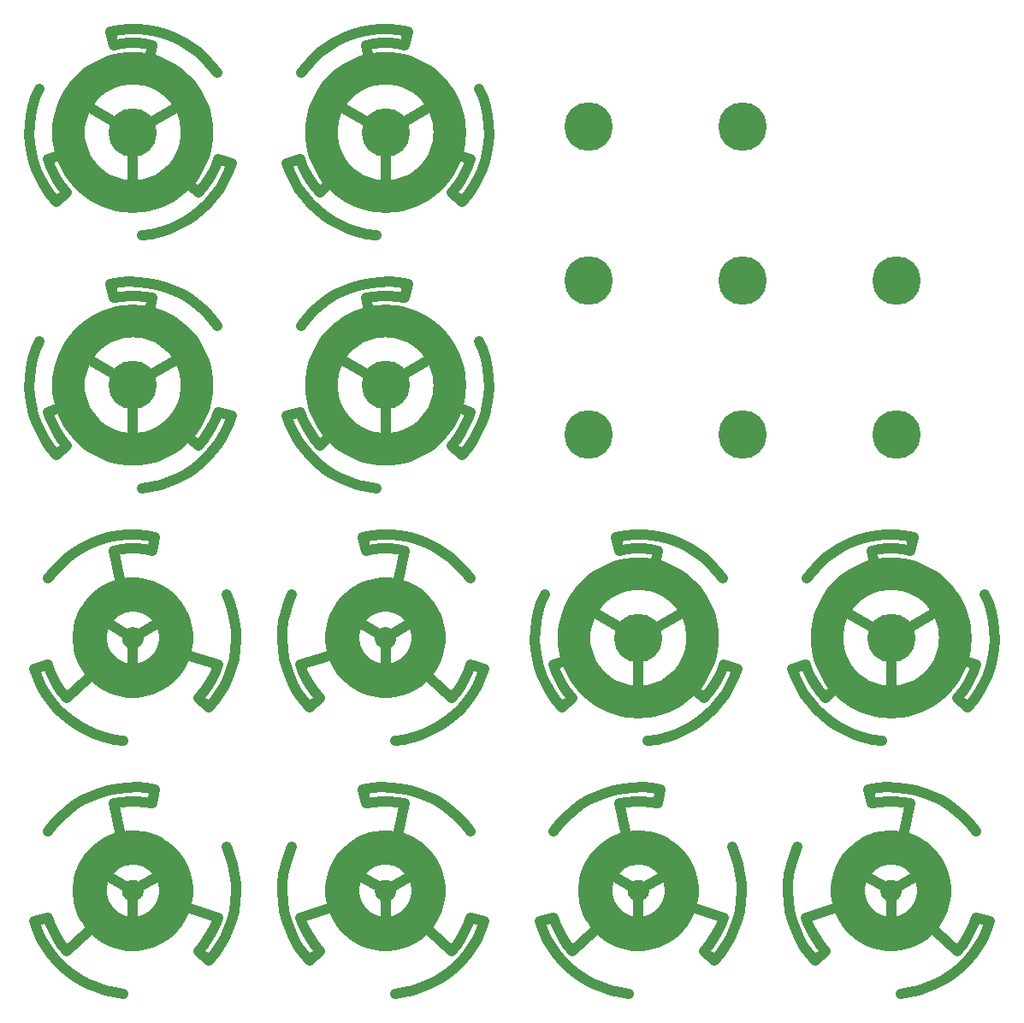
<source format=gtl>
G04 This is an RS-274x file exported by *
G04 gerbv version 2.6.0 *
G04 More information is available about gerbv at *
G04 http://gerbv.gpleda.org/ *
G04 --End of header info--*
%MOIN*%
%FSLAX34Y34*%
%IPPOS*%
G04 --Define apertures--*
%ADD10C,0.1332*%
%ADD11C,0.0394*%
%ADD12C,0.1890*%
%ADD13C,0.1264*%
G04 --Start main section--*
G36*
G01X0000417Y0000000D02*
G01X0000416Y0000036D01*
G01X0000411Y0000072D01*
G01X0000403Y0000108D01*
G01X0000392Y0000143D01*
G01X0000378Y0000176D01*
G01X0000361Y0000209D01*
G01X0000342Y0000239D01*
G01X0000320Y0000268D01*
G01X0000295Y0000295D01*
G01X0000268Y0000320D01*
G01X0000239Y0000342D01*
G01X0000209Y0000361D01*
G01X0000176Y0000378D01*
G01X0000143Y0000392D01*
G01X0000108Y0000403D01*
G01X0000072Y0000411D01*
G01X0000036Y0000416D01*
G01X0000000Y0000417D01*
G01X-000036Y0000416D01*
G01X-000072Y0000411D01*
G01X-000108Y0000403D01*
G01X-000143Y0000392D01*
G01X-000176Y0000378D01*
G01X-000209Y0000361D01*
G01X-000239Y0000342D01*
G01X-000268Y0000320D01*
G01X-000295Y0000295D01*
G01X-000320Y0000268D01*
G01X-000342Y0000239D01*
G01X-000361Y0000209D01*
G01X-000378Y0000176D01*
G01X-000392Y0000143D01*
G01X-000403Y0000108D01*
G01X-000411Y0000072D01*
G01X-000416Y0000036D01*
G01X-000417Y0000000D01*
G01X-000416Y-000036D01*
G01X-000411Y-000072D01*
G01X-000403Y-000108D01*
G01X-000392Y-000143D01*
G01X-000378Y-000176D01*
G01X-000361Y-000209D01*
G01X-000342Y-000239D01*
G01X-000320Y-000268D01*
G01X-000295Y-000295D01*
G01X-000268Y-000320D01*
G01X-000239Y-000342D01*
G01X-000209Y-000361D01*
G01X-000176Y-000378D01*
G01X-000143Y-000392D01*
G01X-000108Y-000403D01*
G01X-000072Y-000411D01*
G01X-000036Y-000416D01*
G01X0000000Y-000417D01*
G01X0000036Y-000416D01*
G01X0000072Y-000411D01*
G01X0000108Y-000403D01*
G01X0000143Y-000392D01*
G01X0000176Y-000378D01*
G01X0000209Y-000361D01*
G01X0000239Y-000342D01*
G01X0000268Y-000320D01*
G01X0000295Y-000295D01*
G01X0000320Y-000268D01*
G01X0000342Y-000239D01*
G01X0000361Y-000209D01*
G01X0000378Y-000176D01*
G01X0000392Y-000143D01*
G01X0000403Y-000108D01*
G01X0000411Y-000072D01*
G01X0000416Y-000036D01*
G01X0000417Y0000000D01*
G37*
G36*
G01X0000417Y0000000D02*
G37*
G54D10*
G01X0001682Y0000000D02*
G01X0001676Y0000147D01*
G01X0001676Y0000147D02*
G01X0001657Y0000292D01*
G01X0001657Y0000292D02*
G01X0001625Y0000435D01*
G01X0001625Y0000435D02*
G01X0001581Y0000575D01*
G01X0001581Y0000575D02*
G01X0001525Y0000711D01*
G01X0001525Y0000711D02*
G01X0001457Y0000841D01*
G01X0001457Y0000841D02*
G01X0001378Y0000965D01*
G01X0001378Y0000965D02*
G01X0001289Y0001081D01*
G01X0001289Y0001081D02*
G01X0001190Y0001190D01*
G01X0001190Y0001190D02*
G01X0001081Y0001289D01*
G01X0001081Y0001289D02*
G01X0000965Y0001378D01*
G01X0000965Y0001378D02*
G01X0000841Y0001457D01*
G01X0000841Y0001457D02*
G01X0000711Y0001525D01*
G01X0000711Y0001525D02*
G01X0000575Y0001581D01*
G01X0000575Y0001581D02*
G01X0000435Y0001625D01*
G01X0000435Y0001625D02*
G01X0000292Y0001657D01*
G01X0000292Y0001657D02*
G01X0000147Y0001676D01*
G01X0000147Y0001676D02*
G01X0000000Y0001682D01*
G01X0000000Y0001682D02*
G01X-000147Y0001676D01*
G01X-000147Y0001676D02*
G01X-000292Y0001657D01*
G01X-000292Y0001657D02*
G01X-000435Y0001625D01*
G01X-000435Y0001625D02*
G01X-000575Y0001581D01*
G01X-000575Y0001581D02*
G01X-000711Y0001525D01*
G01X-000711Y0001525D02*
G01X-000841Y0001457D01*
G01X-000841Y0001457D02*
G01X-000965Y0001378D01*
G01X-000965Y0001378D02*
G01X-001081Y0001289D01*
G01X-001081Y0001289D02*
G01X-001190Y0001190D01*
G01X-001190Y0001190D02*
G01X-001289Y0001081D01*
G01X-001289Y0001081D02*
G01X-001378Y0000965D01*
G01X-001378Y0000965D02*
G01X-001457Y0000841D01*
G01X-001457Y0000841D02*
G01X-001525Y0000711D01*
G01X-001525Y0000711D02*
G01X-001581Y0000575D01*
G01X-001581Y0000575D02*
G01X-001625Y0000435D01*
G01X-001625Y0000435D02*
G01X-001657Y0000292D01*
G01X-001657Y0000292D02*
G01X-001676Y0000147D01*
G01X-001676Y0000147D02*
G01X-001682Y0000000D01*
G01X-001682Y0000000D02*
G01X-001676Y-000147D01*
G01X-001676Y-000147D02*
G01X-001657Y-000292D01*
G01X-001657Y-000292D02*
G01X-001625Y-000435D01*
G01X-001625Y-000435D02*
G01X-001581Y-000575D01*
G01X-001581Y-000575D02*
G01X-001525Y-000711D01*
G01X-001525Y-000711D02*
G01X-001457Y-000841D01*
G01X-001457Y-000841D02*
G01X-001378Y-000965D01*
G01X-001378Y-000965D02*
G01X-001289Y-001081D01*
G01X-001289Y-001081D02*
G01X-001190Y-001190D01*
G01X-001190Y-001190D02*
G01X-001081Y-001289D01*
G01X-001081Y-001289D02*
G01X-000965Y-001378D01*
G01X-000965Y-001378D02*
G01X-000841Y-001457D01*
G01X-000841Y-001457D02*
G01X-000711Y-001525D01*
G01X-000711Y-001525D02*
G01X-000575Y-001581D01*
G01X-000575Y-001581D02*
G01X-000435Y-001625D01*
G01X-000435Y-001625D02*
G01X-000292Y-001657D01*
G01X-000292Y-001657D02*
G01X-000147Y-001676D01*
G01X-000147Y-001676D02*
G01X0000000Y-001682D01*
G01X0000000Y-001682D02*
G01X0000147Y-001676D01*
G01X0000147Y-001676D02*
G01X0000292Y-001657D01*
G01X0000292Y-001657D02*
G01X0000435Y-001625D01*
G01X0000435Y-001625D02*
G01X0000575Y-001581D01*
G01X0000575Y-001581D02*
G01X0000711Y-001525D01*
G01X0000711Y-001525D02*
G01X0000841Y-001457D01*
G01X0000841Y-001457D02*
G01X0000965Y-001378D01*
G01X0000965Y-001378D02*
G01X0001081Y-001289D01*
G01X0001081Y-001289D02*
G01X0001190Y-001190D01*
G01X0001190Y-001190D02*
G01X0001289Y-001081D01*
G01X0001289Y-001081D02*
G01X0001378Y-000965D01*
G01X0001378Y-000965D02*
G01X0001457Y-000841D01*
G01X0001457Y-000841D02*
G01X0001525Y-000711D01*
G01X0001525Y-000711D02*
G01X0001581Y-000575D01*
G01X0001581Y-000575D02*
G01X0001625Y-000435D01*
G01X0001625Y-000435D02*
G01X0001657Y-000292D01*
G01X0001657Y-000292D02*
G01X0001676Y-000147D01*
G01X0001676Y-000147D02*
G01X0001682Y0000000D01*
G54D11*
G01X0000875Y0003932D02*
G01X0000516Y0003995D01*
G01X0000516Y0003995D02*
G01X0000153Y0004025D01*
G01X0000153Y0004025D02*
G01X-000211Y0004023D01*
G01X-000211Y0004023D02*
G01X-000574Y0003987D01*
G01X-000574Y0003987D02*
G01X-000932Y0003919D01*
G01X-000932Y0003919D02*
G01X-001282Y0003819D01*
G01X-001282Y0003819D02*
G01X-001622Y0003687D01*
G01X-001622Y0003687D02*
G01X-001948Y0003526D01*
G01X-001948Y0003526D02*
G01X-002259Y0003335D01*
G01X-002259Y0003335D02*
G01X-002551Y0003117D01*
G01X-002551Y0003117D02*
G01X-002822Y0002874D01*
G01X-002822Y0002874D02*
G01X-003071Y0002607D01*
G01X-003071Y0002607D02*
G01X-003294Y0002319D01*
G01X0000757Y0003399D02*
G01X0000456Y0003452D01*
G01X0000456Y0003452D02*
G01X0000152Y0003479D01*
G01X0000152Y0003479D02*
G01X-000152Y0003479D01*
G01X-000152Y0003479D02*
G01X-000456Y0003452D01*
G01X-000456Y0003452D02*
G01X-000757Y0003399D01*
G01X0000875Y0003932D02*
G01X0000757Y0003399D01*
G01X-000510Y0002292D02*
G01X-000757Y0003399D01*
G01X0000000Y0000000D02*
G01X-000880Y0000508D01*
G01X-003843Y-001208D02*
G01X-003718Y-001550D01*
G01X-003718Y-001550D02*
G01X-003563Y-001880D01*
G01X-003563Y-001880D02*
G01X-003378Y-002194D01*
G01X-003378Y-002194D02*
G01X-003166Y-002490D01*
G01X-003166Y-002490D02*
G01X-002928Y-002766D01*
G01X-002928Y-002766D02*
G01X-002666Y-003020D01*
G01X-002666Y-003020D02*
G01X-002382Y-003248D01*
G01X-002382Y-003248D02*
G01X-002079Y-003450D01*
G01X-002079Y-003450D02*
G01X-001759Y-003624D01*
G01X-001759Y-003624D02*
G01X-001424Y-003768D01*
G01X-001424Y-003768D02*
G01X-001078Y-003881D01*
G01X-001078Y-003881D02*
G01X-000723Y-003963D01*
G01X-000723Y-003963D02*
G01X-000361Y-004012D01*
G01X-003322Y-001044D02*
G01X-003218Y-001331D01*
G01X-003218Y-001331D02*
G01X-003089Y-001607D01*
G01X-003089Y-001607D02*
G01X-002936Y-001871D01*
G01X-002936Y-001871D02*
G01X-002761Y-002121D01*
G01X-002761Y-002121D02*
G01X-002565Y-002355D01*
G01X-003843Y-001208D02*
G01X-003322Y-001044D01*
G01X-001730Y-001588D02*
G01X-002565Y-002355D01*
G01X0000000Y0000000D02*
G01X0000000Y-001016D01*
G01X0002967Y-002724D02*
G01X0003201Y-002445D01*
G01X0003201Y-002445D02*
G01X0003409Y-002145D01*
G01X0003409Y-002145D02*
G01X0003589Y-001828D01*
G01X0003589Y-001828D02*
G01X0003740Y-001497D01*
G01X0003740Y-001497D02*
G01X0003860Y-001153D01*
G01X0003860Y-001153D02*
G01X0003948Y-000799D01*
G01X0003948Y-000799D02*
G01X0004004Y-000439D01*
G01X0004004Y-000439D02*
G01X0004027Y-000075D01*
G01X0004027Y-000075D02*
G01X0004018Y0000289D01*
G01X0004018Y0000289D02*
G01X0003975Y0000651D01*
G01X0003975Y0000651D02*
G01X0003900Y0001007D01*
G01X0003900Y0001007D02*
G01X0003793Y0001356D01*
G01X0003793Y0001356D02*
G01X0003655Y0001693D01*
G01X0002565Y-002355D02*
G01X0002761Y-002121D01*
G01X0002761Y-002121D02*
G01X0002936Y-001871D01*
G01X0002936Y-001871D02*
G01X0003089Y-001607D01*
G01X0003089Y-001607D02*
G01X0003218Y-001331D01*
G01X0003218Y-001331D02*
G01X0003322Y-001044D01*
G01X0002967Y-002724D02*
G01X0002565Y-002355D01*
G01X0002240Y-000704D02*
G01X0003322Y-001044D01*
G01X0000000Y0000000D02*
G01X0000880Y0000508D01*
G01X0023775Y0029775D02*
G54D12*
G01X0023775Y0029775D03*
G01X0017775Y0029775D02*
G01X0017775Y0029775D03*
G01X0029775Y0023775D02*
G01X0029775Y0023775D03*
G01X0023775Y0023775D02*
G01X0023775Y0023775D03*
G01X0017775Y0023775D02*
G01X0017775Y0023775D03*
G01X0029775Y0017775D02*
G01X0029775Y0017775D03*
G01X0023775Y0017775D02*
G01X0023775Y0017775D03*
G01X0017775Y0017775D02*
G01X0017775Y0017775D03*
G01X0029550Y0009850D02*
G01X0029550Y0009850D03*
G54D13*
G01X0032051Y0009850D02*
G01X0032041Y0010068D01*
G01X0032041Y0010068D02*
G01X0032013Y0010284D01*
G01X0032013Y0010284D02*
G01X0031966Y0010497D01*
G01X0031966Y0010497D02*
G01X0031900Y0010705D01*
G01X0031900Y0010705D02*
G01X0031817Y0010907D01*
G01X0031817Y0010907D02*
G01X0031716Y0011100D01*
G01X0031716Y0011100D02*
G01X0031599Y0011284D01*
G01X0031599Y0011284D02*
G01X0031466Y0011458D01*
G01X0031466Y0011458D02*
G01X0031318Y0011618D01*
G01X0031318Y0011618D02*
G01X0031158Y0011766D01*
G01X0031158Y0011766D02*
G01X0030984Y0011899D01*
G01X0030984Y0011899D02*
G01X0030800Y0012016D01*
G01X0030800Y0012016D02*
G01X0030607Y0012117D01*
G01X0030607Y0012117D02*
G01X0030405Y0012200D01*
G01X0030405Y0012200D02*
G01X0030197Y0012266D01*
G01X0030197Y0012266D02*
G01X0029984Y0012313D01*
G01X0029984Y0012313D02*
G01X0029768Y0012341D01*
G01X0029768Y0012341D02*
G01X0029550Y0012351D01*
G01X0029550Y0012351D02*
G01X0029332Y0012341D01*
G01X0029332Y0012341D02*
G01X0029116Y0012313D01*
G01X0029116Y0012313D02*
G01X0028903Y0012266D01*
G01X0028903Y0012266D02*
G01X0028695Y0012200D01*
G01X0028695Y0012200D02*
G01X0028493Y0012117D01*
G01X0028493Y0012117D02*
G01X0028300Y0012016D01*
G01X0028300Y0012016D02*
G01X0028116Y0011899D01*
G01X0028116Y0011899D02*
G01X0027942Y0011766D01*
G01X0027942Y0011766D02*
G01X0027782Y0011618D01*
G01X0027782Y0011618D02*
G01X0027634Y0011458D01*
G01X0027634Y0011458D02*
G01X0027501Y0011284D01*
G01X0027501Y0011284D02*
G01X0027384Y0011100D01*
G01X0027384Y0011100D02*
G01X0027283Y0010907D01*
G01X0027283Y0010907D02*
G01X0027200Y0010705D01*
G01X0027200Y0010705D02*
G01X0027134Y0010497D01*
G01X0027134Y0010497D02*
G01X0027087Y0010284D01*
G01X0027087Y0010284D02*
G01X0027059Y0010068D01*
G01X0027059Y0010068D02*
G01X0027049Y0009850D01*
G01X0027049Y0009850D02*
G01X0027059Y0009632D01*
G01X0027059Y0009632D02*
G01X0027087Y0009416D01*
G01X0027087Y0009416D02*
G01X0027134Y0009203D01*
G01X0027134Y0009203D02*
G01X0027200Y0008995D01*
G01X0027200Y0008995D02*
G01X0027283Y0008793D01*
G01X0027283Y0008793D02*
G01X0027384Y0008600D01*
G01X0027384Y0008600D02*
G01X0027501Y0008416D01*
G01X0027501Y0008416D02*
G01X0027634Y0008242D01*
G01X0027634Y0008242D02*
G01X0027782Y0008082D01*
G01X0027782Y0008082D02*
G01X0027942Y0007934D01*
G01X0027942Y0007934D02*
G01X0028116Y0007801D01*
G01X0028116Y0007801D02*
G01X0028300Y0007684D01*
G01X0028300Y0007684D02*
G01X0028493Y0007583D01*
G01X0028493Y0007583D02*
G01X0028695Y0007500D01*
G01X0028695Y0007500D02*
G01X0028903Y0007434D01*
G01X0028903Y0007434D02*
G01X0029116Y0007387D01*
G01X0029116Y0007387D02*
G01X0029332Y0007359D01*
G01X0029332Y0007359D02*
G01X0029550Y0007349D01*
G01X0029550Y0007349D02*
G01X0029768Y0007359D01*
G01X0029768Y0007359D02*
G01X0029984Y0007387D01*
G01X0029984Y0007387D02*
G01X0030197Y0007434D01*
G01X0030197Y0007434D02*
G01X0030405Y0007500D01*
G01X0030405Y0007500D02*
G01X0030607Y0007583D01*
G01X0030607Y0007583D02*
G01X0030800Y0007684D01*
G01X0030800Y0007684D02*
G01X0030984Y0007801D01*
G01X0030984Y0007801D02*
G01X0031158Y0007934D01*
G01X0031158Y0007934D02*
G01X0031318Y0008082D01*
G01X0031318Y0008082D02*
G01X0031466Y0008242D01*
G01X0031466Y0008242D02*
G01X0031599Y0008416D01*
G01X0031599Y0008416D02*
G01X0031716Y0008600D01*
G01X0031716Y0008600D02*
G01X0031817Y0008793D01*
G01X0031817Y0008793D02*
G01X0031900Y0008995D01*
G01X0031900Y0008995D02*
G01X0031966Y0009203D01*
G01X0031966Y0009203D02*
G01X0032013Y0009416D01*
G01X0032013Y0009416D02*
G01X0032041Y0009632D01*
G01X0032041Y0009632D02*
G01X0032051Y0009850D01*
G54D11*
G01X0030425Y0013782D02*
G01X0030066Y0013845D01*
G01X0030066Y0013845D02*
G01X0029703Y0013875D01*
G01X0029703Y0013875D02*
G01X0029339Y0013873D01*
G01X0029339Y0013873D02*
G01X0028976Y0013837D01*
G01X0028976Y0013837D02*
G01X0028618Y0013769D01*
G01X0028618Y0013769D02*
G01X0028268Y0013669D01*
G01X0028268Y0013669D02*
G01X0027928Y0013537D01*
G01X0027928Y0013537D02*
G01X0027602Y0013376D01*
G01X0027602Y0013376D02*
G01X0027291Y0013185D01*
G01X0027291Y0013185D02*
G01X0026999Y0012967D01*
G01X0026999Y0012967D02*
G01X0026728Y0012724D01*
G01X0026728Y0012724D02*
G01X0026479Y0012457D01*
G01X0026479Y0012457D02*
G01X0026256Y0012169D01*
G01X0030307Y0013249D02*
G01X0030006Y0013302D01*
G01X0030006Y0013302D02*
G01X0029702Y0013329D01*
G01X0029702Y0013329D02*
G01X0029398Y0013329D01*
G01X0029398Y0013329D02*
G01X0029094Y0013302D01*
G01X0029094Y0013302D02*
G01X0028793Y0013249D01*
G01X0030425Y0013782D02*
G01X0030307Y0013249D01*
G01X0028869Y0012908D02*
G01X0028793Y0013249D01*
G01X0029550Y0009850D02*
G01X0027932Y0010784D01*
G01X0025707Y0008642D02*
G01X0025832Y0008300D01*
G01X0025832Y0008300D02*
G01X0025987Y0007970D01*
G01X0025987Y0007970D02*
G01X0026172Y0007656D01*
G01X0026172Y0007656D02*
G01X0026384Y0007360D01*
G01X0026384Y0007360D02*
G01X0026622Y0007084D01*
G01X0026622Y0007084D02*
G01X0026884Y0006830D01*
G01X0026884Y0006830D02*
G01X0027168Y0006602D01*
G01X0027168Y0006602D02*
G01X0027471Y0006400D01*
G01X0027471Y0006400D02*
G01X0027791Y0006226D01*
G01X0027791Y0006226D02*
G01X0028126Y0006082D01*
G01X0028126Y0006082D02*
G01X0028472Y0005969D01*
G01X0028472Y0005969D02*
G01X0028827Y0005887D01*
G01X0028827Y0005887D02*
G01X0029189Y0005838D01*
G01X0026228Y0008806D02*
G01X0026332Y0008519D01*
G01X0026332Y0008519D02*
G01X0026461Y0008243D01*
G01X0026461Y0008243D02*
G01X0026614Y0007979D01*
G01X0026614Y0007979D02*
G01X0026789Y0007729D01*
G01X0026789Y0007729D02*
G01X0026985Y0007495D01*
G01X0025707Y0008642D02*
G01X0026228Y0008806D01*
G01X0027242Y0007731D02*
G01X0026985Y0007495D01*
G01X0029550Y0009850D02*
G01X0029550Y0007981D01*
G01X0032517Y0007126D02*
G01X0032751Y0007405D01*
G01X0032751Y0007405D02*
G01X0032959Y0007705D01*
G01X0032959Y0007705D02*
G01X0033139Y0008022D01*
G01X0033139Y0008022D02*
G01X0033290Y0008353D01*
G01X0033290Y0008353D02*
G01X0033410Y0008697D01*
G01X0033410Y0008697D02*
G01X0033498Y0009051D01*
G01X0033498Y0009051D02*
G01X0033554Y0009411D01*
G01X0033554Y0009411D02*
G01X0033577Y0009775D01*
G01X0033577Y0009775D02*
G01X0033568Y0010139D01*
G01X0033568Y0010139D02*
G01X0033525Y0010501D01*
G01X0033525Y0010501D02*
G01X0033450Y0010857D01*
G01X0033450Y0010857D02*
G01X0033343Y0011206D01*
G01X0033343Y0011206D02*
G01X0033205Y0011543D01*
G01X0032115Y0007495D02*
G01X0032311Y0007729D01*
G01X0032311Y0007729D02*
G01X0032486Y0007979D01*
G01X0032486Y0007979D02*
G01X0032639Y0008243D01*
G01X0032639Y0008243D02*
G01X0032768Y0008519D01*
G01X0032768Y0008519D02*
G01X0032872Y0008806D01*
G01X0032517Y0007126D02*
G01X0032115Y0007495D01*
G01X0032539Y0008911D02*
G01X0032872Y0008806D01*
G01X0029550Y0009850D02*
G01X0031168Y0010784D01*
G01X0029550Y0000000D02*
G36*
G01X0029967Y0000000D02*
G01X0029966Y0000036D01*
G01X0029961Y0000072D01*
G01X0029953Y0000108D01*
G01X0029942Y0000143D01*
G01X0029928Y0000176D01*
G01X0029911Y0000209D01*
G01X0029892Y0000239D01*
G01X0029870Y0000268D01*
G01X0029845Y0000295D01*
G01X0029818Y0000320D01*
G01X0029789Y0000342D01*
G01X0029759Y0000361D01*
G01X0029726Y0000378D01*
G01X0029693Y0000392D01*
G01X0029658Y0000403D01*
G01X0029622Y0000411D01*
G01X0029586Y0000416D01*
G01X0029550Y0000417D01*
G01X0029514Y0000416D01*
G01X0029478Y0000411D01*
G01X0029442Y0000403D01*
G01X0029407Y0000392D01*
G01X0029374Y0000378D01*
G01X0029341Y0000361D01*
G01X0029311Y0000342D01*
G01X0029282Y0000320D01*
G01X0029255Y0000295D01*
G01X0029230Y0000268D01*
G01X0029208Y0000239D01*
G01X0029189Y0000209D01*
G01X0029172Y0000176D01*
G01X0029158Y0000143D01*
G01X0029147Y0000108D01*
G01X0029139Y0000072D01*
G01X0029134Y0000036D01*
G01X0029133Y0000000D01*
G01X0029134Y-000036D01*
G01X0029139Y-000072D01*
G01X0029147Y-000108D01*
G01X0029158Y-000143D01*
G01X0029172Y-000176D01*
G01X0029189Y-000209D01*
G01X0029208Y-000239D01*
G01X0029230Y-000268D01*
G01X0029255Y-000295D01*
G01X0029282Y-000320D01*
G01X0029311Y-000342D01*
G01X0029341Y-000361D01*
G01X0029374Y-000378D01*
G01X0029407Y-000392D01*
G01X0029442Y-000403D01*
G01X0029478Y-000411D01*
G01X0029514Y-000416D01*
G01X0029550Y-000417D01*
G01X0029586Y-000416D01*
G01X0029622Y-000411D01*
G01X0029658Y-000403D01*
G01X0029693Y-000392D01*
G01X0029726Y-000378D01*
G01X0029759Y-000361D01*
G01X0029789Y-000342D01*
G01X0029818Y-000320D01*
G01X0029845Y-000295D01*
G01X0029870Y-000268D01*
G01X0029892Y-000239D01*
G01X0029911Y-000209D01*
G01X0029928Y-000176D01*
G01X0029942Y-000143D01*
G01X0029953Y-000108D01*
G01X0029961Y-000072D01*
G01X0029966Y-000036D01*
G01X0029967Y0000000D01*
G37*
G36*
G01X0029967Y0000000D02*
G37*
G54D10*
G01X0031232Y0000000D02*
G01X0031226Y0000147D01*
G01X0031226Y0000147D02*
G01X0031207Y0000292D01*
G01X0031207Y0000292D02*
G01X0031175Y0000435D01*
G01X0031175Y0000435D02*
G01X0031131Y0000575D01*
G01X0031131Y0000575D02*
G01X0031075Y0000711D01*
G01X0031075Y0000711D02*
G01X0031007Y0000841D01*
G01X0031007Y0000841D02*
G01X0030928Y0000965D01*
G01X0030928Y0000965D02*
G01X0030839Y0001081D01*
G01X0030839Y0001081D02*
G01X0030740Y0001190D01*
G01X0030740Y0001190D02*
G01X0030631Y0001289D01*
G01X0030631Y0001289D02*
G01X0030515Y0001378D01*
G01X0030515Y0001378D02*
G01X0030391Y0001457D01*
G01X0030391Y0001457D02*
G01X0030261Y0001525D01*
G01X0030261Y0001525D02*
G01X0030125Y0001581D01*
G01X0030125Y0001581D02*
G01X0029985Y0001625D01*
G01X0029985Y0001625D02*
G01X0029842Y0001657D01*
G01X0029842Y0001657D02*
G01X0029697Y0001676D01*
G01X0029697Y0001676D02*
G01X0029550Y0001682D01*
G01X0029550Y0001682D02*
G01X0029403Y0001676D01*
G01X0029403Y0001676D02*
G01X0029258Y0001657D01*
G01X0029258Y0001657D02*
G01X0029115Y0001625D01*
G01X0029115Y0001625D02*
G01X0028975Y0001581D01*
G01X0028975Y0001581D02*
G01X0028839Y0001525D01*
G01X0028839Y0001525D02*
G01X0028709Y0001457D01*
G01X0028709Y0001457D02*
G01X0028585Y0001378D01*
G01X0028585Y0001378D02*
G01X0028469Y0001289D01*
G01X0028469Y0001289D02*
G01X0028360Y0001190D01*
G01X0028360Y0001190D02*
G01X0028261Y0001081D01*
G01X0028261Y0001081D02*
G01X0028172Y0000965D01*
G01X0028172Y0000965D02*
G01X0028093Y0000841D01*
G01X0028093Y0000841D02*
G01X0028025Y0000711D01*
G01X0028025Y0000711D02*
G01X0027969Y0000575D01*
G01X0027969Y0000575D02*
G01X0027925Y0000435D01*
G01X0027925Y0000435D02*
G01X0027893Y0000292D01*
G01X0027893Y0000292D02*
G01X0027874Y0000147D01*
G01X0027874Y0000147D02*
G01X0027868Y0000000D01*
G01X0027868Y0000000D02*
G01X0027874Y-000147D01*
G01X0027874Y-000147D02*
G01X0027893Y-000292D01*
G01X0027893Y-000292D02*
G01X0027925Y-000435D01*
G01X0027925Y-000435D02*
G01X0027969Y-000575D01*
G01X0027969Y-000575D02*
G01X0028025Y-000711D01*
G01X0028025Y-000711D02*
G01X0028093Y-000841D01*
G01X0028093Y-000841D02*
G01X0028172Y-000965D01*
G01X0028172Y-000965D02*
G01X0028261Y-001081D01*
G01X0028261Y-001081D02*
G01X0028360Y-001190D01*
G01X0028360Y-001190D02*
G01X0028469Y-001289D01*
G01X0028469Y-001289D02*
G01X0028585Y-001378D01*
G01X0028585Y-001378D02*
G01X0028709Y-001457D01*
G01X0028709Y-001457D02*
G01X0028839Y-001525D01*
G01X0028839Y-001525D02*
G01X0028975Y-001581D01*
G01X0028975Y-001581D02*
G01X0029115Y-001625D01*
G01X0029115Y-001625D02*
G01X0029258Y-001657D01*
G01X0029258Y-001657D02*
G01X0029403Y-001676D01*
G01X0029403Y-001676D02*
G01X0029550Y-001682D01*
G01X0029550Y-001682D02*
G01X0029697Y-001676D01*
G01X0029697Y-001676D02*
G01X0029842Y-001657D01*
G01X0029842Y-001657D02*
G01X0029985Y-001625D01*
G01X0029985Y-001625D02*
G01X0030125Y-001581D01*
G01X0030125Y-001581D02*
G01X0030261Y-001525D01*
G01X0030261Y-001525D02*
G01X0030391Y-001457D01*
G01X0030391Y-001457D02*
G01X0030515Y-001378D01*
G01X0030515Y-001378D02*
G01X0030631Y-001289D01*
G01X0030631Y-001289D02*
G01X0030740Y-001190D01*
G01X0030740Y-001190D02*
G01X0030839Y-001081D01*
G01X0030839Y-001081D02*
G01X0030928Y-000965D01*
G01X0030928Y-000965D02*
G01X0031007Y-000841D01*
G01X0031007Y-000841D02*
G01X0031075Y-000711D01*
G01X0031075Y-000711D02*
G01X0031131Y-000575D01*
G01X0031131Y-000575D02*
G01X0031175Y-000435D01*
G01X0031175Y-000435D02*
G01X0031207Y-000292D01*
G01X0031207Y-000292D02*
G01X0031226Y-000147D01*
G01X0031226Y-000147D02*
G01X0031232Y0000000D01*
G54D11*
G01X0028675Y0003932D02*
G01X0029034Y0003995D01*
G01X0029034Y0003995D02*
G01X0029397Y0004025D01*
G01X0029397Y0004025D02*
G01X0029761Y0004023D01*
G01X0029761Y0004023D02*
G01X0030124Y0003987D01*
G01X0030124Y0003987D02*
G01X0030482Y0003919D01*
G01X0030482Y0003919D02*
G01X0030832Y0003819D01*
G01X0030832Y0003819D02*
G01X0031172Y0003687D01*
G01X0031172Y0003687D02*
G01X0031498Y0003526D01*
G01X0031498Y0003526D02*
G01X0031809Y0003335D01*
G01X0031809Y0003335D02*
G01X0032101Y0003117D01*
G01X0032101Y0003117D02*
G01X0032372Y0002874D01*
G01X0032372Y0002874D02*
G01X0032621Y0002607D01*
G01X0032621Y0002607D02*
G01X0032844Y0002319D01*
G01X0028793Y0003399D02*
G01X0029094Y0003452D01*
G01X0029094Y0003452D02*
G01X0029398Y0003479D01*
G01X0029398Y0003479D02*
G01X0029702Y0003479D01*
G01X0029702Y0003479D02*
G01X0030006Y0003452D01*
G01X0030006Y0003452D02*
G01X0030307Y0003399D01*
G01X0028675Y0003932D02*
G01X0028793Y0003399D01*
G01X0030060Y0002292D02*
G01X0030307Y0003399D01*
G01X0029550Y0000000D02*
G01X0028670Y0000508D01*
G01X0026583Y-002724D02*
G01X0026349Y-002445D01*
G01X0026349Y-002445D02*
G01X0026141Y-002145D01*
G01X0026141Y-002145D02*
G01X0025961Y-001828D01*
G01X0025961Y-001828D02*
G01X0025810Y-001497D01*
G01X0025810Y-001497D02*
G01X0025690Y-001153D01*
G01X0025690Y-001153D02*
G01X0025602Y-000799D01*
G01X0025602Y-000799D02*
G01X0025546Y-000439D01*
G01X0025546Y-000439D02*
G01X0025523Y-000075D01*
G01X0025523Y-000075D02*
G01X0025532Y0000289D01*
G01X0025532Y0000289D02*
G01X0025575Y0000651D01*
G01X0025575Y0000651D02*
G01X0025650Y0001007D01*
G01X0025650Y0001007D02*
G01X0025757Y0001356D01*
G01X0025757Y0001356D02*
G01X0025895Y0001693D01*
G01X0026985Y-002355D02*
G01X0026789Y-002121D01*
G01X0026789Y-002121D02*
G01X0026614Y-001871D01*
G01X0026614Y-001871D02*
G01X0026461Y-001607D01*
G01X0026461Y-001607D02*
G01X0026332Y-001331D01*
G01X0026332Y-001331D02*
G01X0026228Y-001044D01*
G01X0026583Y-002724D02*
G01X0026985Y-002355D01*
G01X0027310Y-000704D02*
G01X0026228Y-001044D01*
G01X0029550Y0000000D02*
G01X0029550Y-001016D01*
G01X0033393Y-001208D02*
G01X0033268Y-001550D01*
G01X0033268Y-001550D02*
G01X0033113Y-001880D01*
G01X0033113Y-001880D02*
G01X0032928Y-002194D01*
G01X0032928Y-002194D02*
G01X0032716Y-002490D01*
G01X0032716Y-002490D02*
G01X0032478Y-002766D01*
G01X0032478Y-002766D02*
G01X0032216Y-003020D01*
G01X0032216Y-003020D02*
G01X0031932Y-003248D01*
G01X0031932Y-003248D02*
G01X0031629Y-003450D01*
G01X0031629Y-003450D02*
G01X0031309Y-003624D01*
G01X0031309Y-003624D02*
G01X0030974Y-003768D01*
G01X0030974Y-003768D02*
G01X0030628Y-003881D01*
G01X0030628Y-003881D02*
G01X0030273Y-003963D01*
G01X0030273Y-003963D02*
G01X0029911Y-004012D01*
G01X0032872Y-001044D02*
G01X0032768Y-001331D01*
G01X0032768Y-001331D02*
G01X0032639Y-001607D01*
G01X0032639Y-001607D02*
G01X0032486Y-001871D01*
G01X0032486Y-001871D02*
G01X0032311Y-002121D01*
G01X0032311Y-002121D02*
G01X0032115Y-002355D01*
G01X0033393Y-001208D02*
G01X0032872Y-001044D01*
G01X0031280Y-001588D02*
G01X0032115Y-002355D01*
G01X0029550Y0000000D02*
G01X0030430Y0000508D01*
G01X0019700Y0009850D02*
G54D12*
G01X0019700Y0009850D03*
G54D13*
G01X0022201Y0009850D02*
G01X0022191Y0010068D01*
G01X0022191Y0010068D02*
G01X0022163Y0010284D01*
G01X0022163Y0010284D02*
G01X0022116Y0010497D01*
G01X0022116Y0010497D02*
G01X0022050Y0010705D01*
G01X0022050Y0010705D02*
G01X0021967Y0010907D01*
G01X0021967Y0010907D02*
G01X0021866Y0011100D01*
G01X0021866Y0011100D02*
G01X0021749Y0011284D01*
G01X0021749Y0011284D02*
G01X0021616Y0011458D01*
G01X0021616Y0011458D02*
G01X0021468Y0011618D01*
G01X0021468Y0011618D02*
G01X0021308Y0011766D01*
G01X0021308Y0011766D02*
G01X0021134Y0011899D01*
G01X0021134Y0011899D02*
G01X0020950Y0012016D01*
G01X0020950Y0012016D02*
G01X0020757Y0012117D01*
G01X0020757Y0012117D02*
G01X0020555Y0012200D01*
G01X0020555Y0012200D02*
G01X0020347Y0012266D01*
G01X0020347Y0012266D02*
G01X0020134Y0012313D01*
G01X0020134Y0012313D02*
G01X0019918Y0012341D01*
G01X0019918Y0012341D02*
G01X0019700Y0012351D01*
G01X0019700Y0012351D02*
G01X0019482Y0012341D01*
G01X0019482Y0012341D02*
G01X0019266Y0012313D01*
G01X0019266Y0012313D02*
G01X0019053Y0012266D01*
G01X0019053Y0012266D02*
G01X0018845Y0012200D01*
G01X0018845Y0012200D02*
G01X0018643Y0012117D01*
G01X0018643Y0012117D02*
G01X0018450Y0012016D01*
G01X0018450Y0012016D02*
G01X0018266Y0011899D01*
G01X0018266Y0011899D02*
G01X0018092Y0011766D01*
G01X0018092Y0011766D02*
G01X0017932Y0011618D01*
G01X0017932Y0011618D02*
G01X0017784Y0011458D01*
G01X0017784Y0011458D02*
G01X0017651Y0011284D01*
G01X0017651Y0011284D02*
G01X0017534Y0011100D01*
G01X0017534Y0011100D02*
G01X0017433Y0010907D01*
G01X0017433Y0010907D02*
G01X0017350Y0010705D01*
G01X0017350Y0010705D02*
G01X0017284Y0010497D01*
G01X0017284Y0010497D02*
G01X0017237Y0010284D01*
G01X0017237Y0010284D02*
G01X0017209Y0010068D01*
G01X0017209Y0010068D02*
G01X0017199Y0009850D01*
G01X0017199Y0009850D02*
G01X0017209Y0009632D01*
G01X0017209Y0009632D02*
G01X0017237Y0009416D01*
G01X0017237Y0009416D02*
G01X0017284Y0009203D01*
G01X0017284Y0009203D02*
G01X0017350Y0008995D01*
G01X0017350Y0008995D02*
G01X0017433Y0008793D01*
G01X0017433Y0008793D02*
G01X0017534Y0008600D01*
G01X0017534Y0008600D02*
G01X0017651Y0008416D01*
G01X0017651Y0008416D02*
G01X0017784Y0008242D01*
G01X0017784Y0008242D02*
G01X0017932Y0008082D01*
G01X0017932Y0008082D02*
G01X0018092Y0007934D01*
G01X0018092Y0007934D02*
G01X0018266Y0007801D01*
G01X0018266Y0007801D02*
G01X0018450Y0007684D01*
G01X0018450Y0007684D02*
G01X0018643Y0007583D01*
G01X0018643Y0007583D02*
G01X0018845Y0007500D01*
G01X0018845Y0007500D02*
G01X0019053Y0007434D01*
G01X0019053Y0007434D02*
G01X0019266Y0007387D01*
G01X0019266Y0007387D02*
G01X0019482Y0007359D01*
G01X0019482Y0007359D02*
G01X0019700Y0007349D01*
G01X0019700Y0007349D02*
G01X0019918Y0007359D01*
G01X0019918Y0007359D02*
G01X0020134Y0007387D01*
G01X0020134Y0007387D02*
G01X0020347Y0007434D01*
G01X0020347Y0007434D02*
G01X0020555Y0007500D01*
G01X0020555Y0007500D02*
G01X0020757Y0007583D01*
G01X0020757Y0007583D02*
G01X0020950Y0007684D01*
G01X0020950Y0007684D02*
G01X0021134Y0007801D01*
G01X0021134Y0007801D02*
G01X0021308Y0007934D01*
G01X0021308Y0007934D02*
G01X0021468Y0008082D01*
G01X0021468Y0008082D02*
G01X0021616Y0008242D01*
G01X0021616Y0008242D02*
G01X0021749Y0008416D01*
G01X0021749Y0008416D02*
G01X0021866Y0008600D01*
G01X0021866Y0008600D02*
G01X0021967Y0008793D01*
G01X0021967Y0008793D02*
G01X0022050Y0008995D01*
G01X0022050Y0008995D02*
G01X0022116Y0009203D01*
G01X0022116Y0009203D02*
G01X0022163Y0009416D01*
G01X0022163Y0009416D02*
G01X0022191Y0009632D01*
G01X0022191Y0009632D02*
G01X0022201Y0009850D01*
G54D11*
G01X0018825Y0013782D02*
G01X0019184Y0013845D01*
G01X0019184Y0013845D02*
G01X0019547Y0013875D01*
G01X0019547Y0013875D02*
G01X0019911Y0013873D01*
G01X0019911Y0013873D02*
G01X0020274Y0013837D01*
G01X0020274Y0013837D02*
G01X0020632Y0013769D01*
G01X0020632Y0013769D02*
G01X0020982Y0013669D01*
G01X0020982Y0013669D02*
G01X0021322Y0013537D01*
G01X0021322Y0013537D02*
G01X0021648Y0013376D01*
G01X0021648Y0013376D02*
G01X0021959Y0013185D01*
G01X0021959Y0013185D02*
G01X0022251Y0012967D01*
G01X0022251Y0012967D02*
G01X0022522Y0012724D01*
G01X0022522Y0012724D02*
G01X0022771Y0012457D01*
G01X0022771Y0012457D02*
G01X0022994Y0012169D01*
G01X0018943Y0013249D02*
G01X0019244Y0013302D01*
G01X0019244Y0013302D02*
G01X0019548Y0013329D01*
G01X0019548Y0013329D02*
G01X0019852Y0013329D01*
G01X0019852Y0013329D02*
G01X0020156Y0013302D01*
G01X0020156Y0013302D02*
G01X0020457Y0013249D01*
G01X0018825Y0013782D02*
G01X0018943Y0013249D01*
G01X0020381Y0012908D02*
G01X0020457Y0013249D01*
G01X0019700Y0009850D02*
G01X0018082Y0010784D01*
G01X0016733Y0007126D02*
G01X0016499Y0007405D01*
G01X0016499Y0007405D02*
G01X0016291Y0007705D01*
G01X0016291Y0007705D02*
G01X0016111Y0008022D01*
G01X0016111Y0008022D02*
G01X0015960Y0008353D01*
G01X0015960Y0008353D02*
G01X0015840Y0008697D01*
G01X0015840Y0008697D02*
G01X0015752Y0009051D01*
G01X0015752Y0009051D02*
G01X0015696Y0009411D01*
G01X0015696Y0009411D02*
G01X0015673Y0009775D01*
G01X0015673Y0009775D02*
G01X0015682Y0010139D01*
G01X0015682Y0010139D02*
G01X0015725Y0010501D01*
G01X0015725Y0010501D02*
G01X0015800Y0010857D01*
G01X0015800Y0010857D02*
G01X0015907Y0011206D01*
G01X0015907Y0011206D02*
G01X0016045Y0011543D01*
G01X0017135Y0007495D02*
G01X0016939Y0007729D01*
G01X0016939Y0007729D02*
G01X0016764Y0007979D01*
G01X0016764Y0007979D02*
G01X0016611Y0008243D01*
G01X0016611Y0008243D02*
G01X0016482Y0008519D01*
G01X0016482Y0008519D02*
G01X0016378Y0008806D01*
G01X0016733Y0007126D02*
G01X0017135Y0007495D01*
G01X0016711Y0008911D02*
G01X0016378Y0008806D01*
G01X0019700Y0009850D02*
G01X0019700Y0007981D01*
G01X0023543Y0008642D02*
G01X0023418Y0008300D01*
G01X0023418Y0008300D02*
G01X0023263Y0007970D01*
G01X0023263Y0007970D02*
G01X0023078Y0007656D01*
G01X0023078Y0007656D02*
G01X0022866Y0007360D01*
G01X0022866Y0007360D02*
G01X0022628Y0007084D01*
G01X0022628Y0007084D02*
G01X0022366Y0006830D01*
G01X0022366Y0006830D02*
G01X0022082Y0006602D01*
G01X0022082Y0006602D02*
G01X0021779Y0006400D01*
G01X0021779Y0006400D02*
G01X0021459Y0006226D01*
G01X0021459Y0006226D02*
G01X0021124Y0006082D01*
G01X0021124Y0006082D02*
G01X0020778Y0005969D01*
G01X0020778Y0005969D02*
G01X0020423Y0005887D01*
G01X0020423Y0005887D02*
G01X0020061Y0005838D01*
G01X0023022Y0008806D02*
G01X0022918Y0008519D01*
G01X0022918Y0008519D02*
G01X0022789Y0008243D01*
G01X0022789Y0008243D02*
G01X0022636Y0007979D01*
G01X0022636Y0007979D02*
G01X0022461Y0007729D01*
G01X0022461Y0007729D02*
G01X0022265Y0007495D01*
G01X0023543Y0008642D02*
G01X0023022Y0008806D01*
G01X0022008Y0007731D02*
G01X0022265Y0007495D01*
G01X0019700Y0009850D02*
G01X0021318Y0010784D01*
G01X0019700Y0000000D02*
G36*
G01X0020117Y0000000D02*
G01X0020116Y0000036D01*
G01X0020111Y0000072D01*
G01X0020103Y0000108D01*
G01X0020092Y0000143D01*
G01X0020078Y0000176D01*
G01X0020061Y0000209D01*
G01X0020042Y0000239D01*
G01X0020020Y0000268D01*
G01X0019995Y0000295D01*
G01X0019968Y0000320D01*
G01X0019939Y0000342D01*
G01X0019909Y0000361D01*
G01X0019876Y0000378D01*
G01X0019843Y0000392D01*
G01X0019808Y0000403D01*
G01X0019772Y0000411D01*
G01X0019736Y0000416D01*
G01X0019700Y0000417D01*
G01X0019664Y0000416D01*
G01X0019628Y0000411D01*
G01X0019592Y0000403D01*
G01X0019557Y0000392D01*
G01X0019524Y0000378D01*
G01X0019491Y0000361D01*
G01X0019461Y0000342D01*
G01X0019432Y0000320D01*
G01X0019405Y0000295D01*
G01X0019380Y0000268D01*
G01X0019358Y0000239D01*
G01X0019339Y0000209D01*
G01X0019322Y0000176D01*
G01X0019308Y0000143D01*
G01X0019297Y0000108D01*
G01X0019289Y0000072D01*
G01X0019284Y0000036D01*
G01X0019283Y0000000D01*
G01X0019284Y-000036D01*
G01X0019289Y-000072D01*
G01X0019297Y-000108D01*
G01X0019308Y-000143D01*
G01X0019322Y-000176D01*
G01X0019339Y-000209D01*
G01X0019358Y-000239D01*
G01X0019380Y-000268D01*
G01X0019405Y-000295D01*
G01X0019432Y-000320D01*
G01X0019461Y-000342D01*
G01X0019491Y-000361D01*
G01X0019524Y-000378D01*
G01X0019557Y-000392D01*
G01X0019592Y-000403D01*
G01X0019628Y-000411D01*
G01X0019664Y-000416D01*
G01X0019700Y-000417D01*
G01X0019736Y-000416D01*
G01X0019772Y-000411D01*
G01X0019808Y-000403D01*
G01X0019843Y-000392D01*
G01X0019876Y-000378D01*
G01X0019909Y-000361D01*
G01X0019939Y-000342D01*
G01X0019968Y-000320D01*
G01X0019995Y-000295D01*
G01X0020020Y-000268D01*
G01X0020042Y-000239D01*
G01X0020061Y-000209D01*
G01X0020078Y-000176D01*
G01X0020092Y-000143D01*
G01X0020103Y-000108D01*
G01X0020111Y-000072D01*
G01X0020116Y-000036D01*
G01X0020117Y0000000D01*
G37*
G36*
G01X0020117Y0000000D02*
G37*
G54D10*
G01X0021382Y0000000D02*
G01X0021376Y0000147D01*
G01X0021376Y0000147D02*
G01X0021357Y0000292D01*
G01X0021357Y0000292D02*
G01X0021325Y0000435D01*
G01X0021325Y0000435D02*
G01X0021281Y0000575D01*
G01X0021281Y0000575D02*
G01X0021225Y0000711D01*
G01X0021225Y0000711D02*
G01X0021157Y0000841D01*
G01X0021157Y0000841D02*
G01X0021078Y0000965D01*
G01X0021078Y0000965D02*
G01X0020989Y0001081D01*
G01X0020989Y0001081D02*
G01X0020890Y0001190D01*
G01X0020890Y0001190D02*
G01X0020781Y0001289D01*
G01X0020781Y0001289D02*
G01X0020665Y0001378D01*
G01X0020665Y0001378D02*
G01X0020541Y0001457D01*
G01X0020541Y0001457D02*
G01X0020411Y0001525D01*
G01X0020411Y0001525D02*
G01X0020275Y0001581D01*
G01X0020275Y0001581D02*
G01X0020135Y0001625D01*
G01X0020135Y0001625D02*
G01X0019992Y0001657D01*
G01X0019992Y0001657D02*
G01X0019847Y0001676D01*
G01X0019847Y0001676D02*
G01X0019700Y0001682D01*
G01X0019700Y0001682D02*
G01X0019553Y0001676D01*
G01X0019553Y0001676D02*
G01X0019408Y0001657D01*
G01X0019408Y0001657D02*
G01X0019265Y0001625D01*
G01X0019265Y0001625D02*
G01X0019125Y0001581D01*
G01X0019125Y0001581D02*
G01X0018989Y0001525D01*
G01X0018989Y0001525D02*
G01X0018859Y0001457D01*
G01X0018859Y0001457D02*
G01X0018735Y0001378D01*
G01X0018735Y0001378D02*
G01X0018619Y0001289D01*
G01X0018619Y0001289D02*
G01X0018510Y0001190D01*
G01X0018510Y0001190D02*
G01X0018411Y0001081D01*
G01X0018411Y0001081D02*
G01X0018322Y0000965D01*
G01X0018322Y0000965D02*
G01X0018243Y0000841D01*
G01X0018243Y0000841D02*
G01X0018175Y0000711D01*
G01X0018175Y0000711D02*
G01X0018119Y0000575D01*
G01X0018119Y0000575D02*
G01X0018075Y0000435D01*
G01X0018075Y0000435D02*
G01X0018043Y0000292D01*
G01X0018043Y0000292D02*
G01X0018024Y0000147D01*
G01X0018024Y0000147D02*
G01X0018018Y0000000D01*
G01X0018018Y0000000D02*
G01X0018024Y-000147D01*
G01X0018024Y-000147D02*
G01X0018043Y-000292D01*
G01X0018043Y-000292D02*
G01X0018075Y-000435D01*
G01X0018075Y-000435D02*
G01X0018119Y-000575D01*
G01X0018119Y-000575D02*
G01X0018175Y-000711D01*
G01X0018175Y-000711D02*
G01X0018243Y-000841D01*
G01X0018243Y-000841D02*
G01X0018322Y-000965D01*
G01X0018322Y-000965D02*
G01X0018411Y-001081D01*
G01X0018411Y-001081D02*
G01X0018510Y-001190D01*
G01X0018510Y-001190D02*
G01X0018619Y-001289D01*
G01X0018619Y-001289D02*
G01X0018735Y-001378D01*
G01X0018735Y-001378D02*
G01X0018859Y-001457D01*
G01X0018859Y-001457D02*
G01X0018989Y-001525D01*
G01X0018989Y-001525D02*
G01X0019125Y-001581D01*
G01X0019125Y-001581D02*
G01X0019265Y-001625D01*
G01X0019265Y-001625D02*
G01X0019408Y-001657D01*
G01X0019408Y-001657D02*
G01X0019553Y-001676D01*
G01X0019553Y-001676D02*
G01X0019700Y-001682D01*
G01X0019700Y-001682D02*
G01X0019847Y-001676D01*
G01X0019847Y-001676D02*
G01X0019992Y-001657D01*
G01X0019992Y-001657D02*
G01X0020135Y-001625D01*
G01X0020135Y-001625D02*
G01X0020275Y-001581D01*
G01X0020275Y-001581D02*
G01X0020411Y-001525D01*
G01X0020411Y-001525D02*
G01X0020541Y-001457D01*
G01X0020541Y-001457D02*
G01X0020665Y-001378D01*
G01X0020665Y-001378D02*
G01X0020781Y-001289D01*
G01X0020781Y-001289D02*
G01X0020890Y-001190D01*
G01X0020890Y-001190D02*
G01X0020989Y-001081D01*
G01X0020989Y-001081D02*
G01X0021078Y-000965D01*
G01X0021078Y-000965D02*
G01X0021157Y-000841D01*
G01X0021157Y-000841D02*
G01X0021225Y-000711D01*
G01X0021225Y-000711D02*
G01X0021281Y-000575D01*
G01X0021281Y-000575D02*
G01X0021325Y-000435D01*
G01X0021325Y-000435D02*
G01X0021357Y-000292D01*
G01X0021357Y-000292D02*
G01X0021376Y-000147D01*
G01X0021376Y-000147D02*
G01X0021382Y0000000D01*
G54D11*
G01X0020575Y0003932D02*
G01X0020216Y0003995D01*
G01X0020216Y0003995D02*
G01X0019853Y0004025D01*
G01X0019853Y0004025D02*
G01X0019489Y0004023D01*
G01X0019489Y0004023D02*
G01X0019126Y0003987D01*
G01X0019126Y0003987D02*
G01X0018768Y0003919D01*
G01X0018768Y0003919D02*
G01X0018418Y0003819D01*
G01X0018418Y0003819D02*
G01X0018078Y0003687D01*
G01X0018078Y0003687D02*
G01X0017752Y0003526D01*
G01X0017752Y0003526D02*
G01X0017441Y0003335D01*
G01X0017441Y0003335D02*
G01X0017149Y0003117D01*
G01X0017149Y0003117D02*
G01X0016878Y0002874D01*
G01X0016878Y0002874D02*
G01X0016629Y0002607D01*
G01X0016629Y0002607D02*
G01X0016406Y0002319D01*
G01X0020457Y0003399D02*
G01X0020156Y0003452D01*
G01X0020156Y0003452D02*
G01X0019852Y0003479D01*
G01X0019852Y0003479D02*
G01X0019548Y0003479D01*
G01X0019548Y0003479D02*
G01X0019244Y0003452D01*
G01X0019244Y0003452D02*
G01X0018943Y0003399D01*
G01X0020575Y0003932D02*
G01X0020457Y0003399D01*
G01X0019190Y0002292D02*
G01X0018943Y0003399D01*
G01X0019700Y0000000D02*
G01X0018820Y0000508D01*
G01X0015857Y-001208D02*
G01X0015982Y-001550D01*
G01X0015982Y-001550D02*
G01X0016137Y-001880D01*
G01X0016137Y-001880D02*
G01X0016322Y-002194D01*
G01X0016322Y-002194D02*
G01X0016534Y-002490D01*
G01X0016534Y-002490D02*
G01X0016772Y-002766D01*
G01X0016772Y-002766D02*
G01X0017034Y-003020D01*
G01X0017034Y-003020D02*
G01X0017318Y-003248D01*
G01X0017318Y-003248D02*
G01X0017621Y-003450D01*
G01X0017621Y-003450D02*
G01X0017941Y-003624D01*
G01X0017941Y-003624D02*
G01X0018276Y-003768D01*
G01X0018276Y-003768D02*
G01X0018622Y-003881D01*
G01X0018622Y-003881D02*
G01X0018977Y-003963D01*
G01X0018977Y-003963D02*
G01X0019339Y-004012D01*
G01X0016378Y-001044D02*
G01X0016482Y-001331D01*
G01X0016482Y-001331D02*
G01X0016611Y-001607D01*
G01X0016611Y-001607D02*
G01X0016764Y-001871D01*
G01X0016764Y-001871D02*
G01X0016939Y-002121D01*
G01X0016939Y-002121D02*
G01X0017135Y-002355D01*
G01X0015857Y-001208D02*
G01X0016378Y-001044D01*
G01X0017970Y-001588D02*
G01X0017135Y-002355D01*
G01X0019700Y0000000D02*
G01X0019700Y-001016D01*
G01X0022667Y-002724D02*
G01X0022901Y-002445D01*
G01X0022901Y-002445D02*
G01X0023109Y-002145D01*
G01X0023109Y-002145D02*
G01X0023289Y-001828D01*
G01X0023289Y-001828D02*
G01X0023440Y-001497D01*
G01X0023440Y-001497D02*
G01X0023560Y-001153D01*
G01X0023560Y-001153D02*
G01X0023648Y-000799D01*
G01X0023648Y-000799D02*
G01X0023704Y-000439D01*
G01X0023704Y-000439D02*
G01X0023727Y-000075D01*
G01X0023727Y-000075D02*
G01X0023718Y0000289D01*
G01X0023718Y0000289D02*
G01X0023675Y0000651D01*
G01X0023675Y0000651D02*
G01X0023600Y0001007D01*
G01X0023600Y0001007D02*
G01X0023493Y0001356D01*
G01X0023493Y0001356D02*
G01X0023355Y0001693D01*
G01X0022265Y-002355D02*
G01X0022461Y-002121D01*
G01X0022461Y-002121D02*
G01X0022636Y-001871D01*
G01X0022636Y-001871D02*
G01X0022789Y-001607D01*
G01X0022789Y-001607D02*
G01X0022918Y-001331D01*
G01X0022918Y-001331D02*
G01X0023022Y-001044D01*
G01X0022667Y-002724D02*
G01X0022265Y-002355D01*
G01X0021940Y-000704D02*
G01X0023022Y-001044D01*
G01X0019700Y0000000D02*
G01X0020580Y0000508D01*
G01X0009850Y0029550D02*
G54D12*
G01X0009850Y0029550D03*
G54D13*
G01X0012351Y0029550D02*
G01X0012341Y0029768D01*
G01X0012341Y0029768D02*
G01X0012313Y0029984D01*
G01X0012313Y0029984D02*
G01X0012266Y0030197D01*
G01X0012266Y0030197D02*
G01X0012200Y0030405D01*
G01X0012200Y0030405D02*
G01X0012117Y0030607D01*
G01X0012117Y0030607D02*
G01X0012016Y0030800D01*
G01X0012016Y0030800D02*
G01X0011899Y0030984D01*
G01X0011899Y0030984D02*
G01X0011766Y0031158D01*
G01X0011766Y0031158D02*
G01X0011618Y0031318D01*
G01X0011618Y0031318D02*
G01X0011458Y0031466D01*
G01X0011458Y0031466D02*
G01X0011284Y0031599D01*
G01X0011284Y0031599D02*
G01X0011100Y0031716D01*
G01X0011100Y0031716D02*
G01X0010907Y0031817D01*
G01X0010907Y0031817D02*
G01X0010705Y0031900D01*
G01X0010705Y0031900D02*
G01X0010497Y0031966D01*
G01X0010497Y0031966D02*
G01X0010284Y0032013D01*
G01X0010284Y0032013D02*
G01X0010068Y0032041D01*
G01X0010068Y0032041D02*
G01X0009850Y0032051D01*
G01X0009850Y0032051D02*
G01X0009632Y0032041D01*
G01X0009632Y0032041D02*
G01X0009416Y0032013D01*
G01X0009416Y0032013D02*
G01X0009203Y0031966D01*
G01X0009203Y0031966D02*
G01X0008995Y0031900D01*
G01X0008995Y0031900D02*
G01X0008793Y0031817D01*
G01X0008793Y0031817D02*
G01X0008600Y0031716D01*
G01X0008600Y0031716D02*
G01X0008416Y0031599D01*
G01X0008416Y0031599D02*
G01X0008242Y0031466D01*
G01X0008242Y0031466D02*
G01X0008082Y0031318D01*
G01X0008082Y0031318D02*
G01X0007934Y0031158D01*
G01X0007934Y0031158D02*
G01X0007801Y0030984D01*
G01X0007801Y0030984D02*
G01X0007684Y0030800D01*
G01X0007684Y0030800D02*
G01X0007583Y0030607D01*
G01X0007583Y0030607D02*
G01X0007500Y0030405D01*
G01X0007500Y0030405D02*
G01X0007434Y0030197D01*
G01X0007434Y0030197D02*
G01X0007387Y0029984D01*
G01X0007387Y0029984D02*
G01X0007359Y0029768D01*
G01X0007359Y0029768D02*
G01X0007349Y0029550D01*
G01X0007349Y0029550D02*
G01X0007359Y0029332D01*
G01X0007359Y0029332D02*
G01X0007387Y0029116D01*
G01X0007387Y0029116D02*
G01X0007434Y0028903D01*
G01X0007434Y0028903D02*
G01X0007500Y0028695D01*
G01X0007500Y0028695D02*
G01X0007583Y0028493D01*
G01X0007583Y0028493D02*
G01X0007684Y0028300D01*
G01X0007684Y0028300D02*
G01X0007801Y0028116D01*
G01X0007801Y0028116D02*
G01X0007934Y0027942D01*
G01X0007934Y0027942D02*
G01X0008082Y0027782D01*
G01X0008082Y0027782D02*
G01X0008242Y0027634D01*
G01X0008242Y0027634D02*
G01X0008416Y0027501D01*
G01X0008416Y0027501D02*
G01X0008600Y0027384D01*
G01X0008600Y0027384D02*
G01X0008793Y0027283D01*
G01X0008793Y0027283D02*
G01X0008995Y0027200D01*
G01X0008995Y0027200D02*
G01X0009203Y0027134D01*
G01X0009203Y0027134D02*
G01X0009416Y0027087D01*
G01X0009416Y0027087D02*
G01X0009632Y0027059D01*
G01X0009632Y0027059D02*
G01X0009850Y0027049D01*
G01X0009850Y0027049D02*
G01X0010068Y0027059D01*
G01X0010068Y0027059D02*
G01X0010284Y0027087D01*
G01X0010284Y0027087D02*
G01X0010497Y0027134D01*
G01X0010497Y0027134D02*
G01X0010705Y0027200D01*
G01X0010705Y0027200D02*
G01X0010907Y0027283D01*
G01X0010907Y0027283D02*
G01X0011100Y0027384D01*
G01X0011100Y0027384D02*
G01X0011284Y0027501D01*
G01X0011284Y0027501D02*
G01X0011458Y0027634D01*
G01X0011458Y0027634D02*
G01X0011618Y0027782D01*
G01X0011618Y0027782D02*
G01X0011766Y0027942D01*
G01X0011766Y0027942D02*
G01X0011899Y0028116D01*
G01X0011899Y0028116D02*
G01X0012016Y0028300D01*
G01X0012016Y0028300D02*
G01X0012117Y0028493D01*
G01X0012117Y0028493D02*
G01X0012200Y0028695D01*
G01X0012200Y0028695D02*
G01X0012266Y0028903D01*
G01X0012266Y0028903D02*
G01X0012313Y0029116D01*
G01X0012313Y0029116D02*
G01X0012341Y0029332D01*
G01X0012341Y0029332D02*
G01X0012351Y0029550D01*
G54D11*
G01X0010725Y0033482D02*
G01X0010366Y0033545D01*
G01X0010366Y0033545D02*
G01X0010003Y0033575D01*
G01X0010003Y0033575D02*
G01X0009639Y0033573D01*
G01X0009639Y0033573D02*
G01X0009276Y0033537D01*
G01X0009276Y0033537D02*
G01X0008918Y0033469D01*
G01X0008918Y0033469D02*
G01X0008568Y0033369D01*
G01X0008568Y0033369D02*
G01X0008228Y0033237D01*
G01X0008228Y0033237D02*
G01X0007902Y0033076D01*
G01X0007902Y0033076D02*
G01X0007591Y0032885D01*
G01X0007591Y0032885D02*
G01X0007299Y0032667D01*
G01X0007299Y0032667D02*
G01X0007028Y0032424D01*
G01X0007028Y0032424D02*
G01X0006779Y0032157D01*
G01X0006779Y0032157D02*
G01X0006556Y0031869D01*
G01X0010607Y0032949D02*
G01X0010306Y0033002D01*
G01X0010306Y0033002D02*
G01X0010002Y0033029D01*
G01X0010002Y0033029D02*
G01X0009698Y0033029D01*
G01X0009698Y0033029D02*
G01X0009394Y0033002D01*
G01X0009394Y0033002D02*
G01X0009093Y0032949D01*
G01X0010725Y0033482D02*
G01X0010607Y0032949D01*
G01X0009169Y0032608D02*
G01X0009093Y0032949D01*
G01X0009850Y0029550D02*
G01X0008232Y0030484D01*
G01X0006007Y0028342D02*
G01X0006132Y0028000D01*
G01X0006132Y0028000D02*
G01X0006287Y0027670D01*
G01X0006287Y0027670D02*
G01X0006472Y0027356D01*
G01X0006472Y0027356D02*
G01X0006684Y0027060D01*
G01X0006684Y0027060D02*
G01X0006922Y0026784D01*
G01X0006922Y0026784D02*
G01X0007184Y0026530D01*
G01X0007184Y0026530D02*
G01X0007468Y0026302D01*
G01X0007468Y0026302D02*
G01X0007771Y0026100D01*
G01X0007771Y0026100D02*
G01X0008091Y0025926D01*
G01X0008091Y0025926D02*
G01X0008426Y0025782D01*
G01X0008426Y0025782D02*
G01X0008772Y0025669D01*
G01X0008772Y0025669D02*
G01X0009127Y0025587D01*
G01X0009127Y0025587D02*
G01X0009489Y0025538D01*
G01X0006528Y0028506D02*
G01X0006632Y0028219D01*
G01X0006632Y0028219D02*
G01X0006761Y0027943D01*
G01X0006761Y0027943D02*
G01X0006914Y0027679D01*
G01X0006914Y0027679D02*
G01X0007089Y0027429D01*
G01X0007089Y0027429D02*
G01X0007285Y0027195D01*
G01X0006007Y0028342D02*
G01X0006528Y0028506D01*
G01X0007542Y0027431D02*
G01X0007285Y0027195D01*
G01X0009850Y0029550D02*
G01X0009850Y0027681D01*
G01X0012817Y0026826D02*
G01X0013051Y0027105D01*
G01X0013051Y0027105D02*
G01X0013259Y0027405D01*
G01X0013259Y0027405D02*
G01X0013439Y0027722D01*
G01X0013439Y0027722D02*
G01X0013590Y0028053D01*
G01X0013590Y0028053D02*
G01X0013710Y0028397D01*
G01X0013710Y0028397D02*
G01X0013798Y0028751D01*
G01X0013798Y0028751D02*
G01X0013854Y0029111D01*
G01X0013854Y0029111D02*
G01X0013877Y0029475D01*
G01X0013877Y0029475D02*
G01X0013868Y0029839D01*
G01X0013868Y0029839D02*
G01X0013825Y0030201D01*
G01X0013825Y0030201D02*
G01X0013750Y0030557D01*
G01X0013750Y0030557D02*
G01X0013643Y0030906D01*
G01X0013643Y0030906D02*
G01X0013505Y0031243D01*
G01X0012415Y0027195D02*
G01X0012611Y0027429D01*
G01X0012611Y0027429D02*
G01X0012786Y0027679D01*
G01X0012786Y0027679D02*
G01X0012939Y0027943D01*
G01X0012939Y0027943D02*
G01X0013068Y0028219D01*
G01X0013068Y0028219D02*
G01X0013172Y0028506D01*
G01X0012817Y0026826D02*
G01X0012415Y0027195D01*
G01X0012839Y0028611D02*
G01X0013172Y0028506D01*
G01X0009850Y0029550D02*
G01X0011468Y0030484D01*
G01X0009850Y0019700D02*
G54D12*
G01X0009850Y0019700D03*
G54D13*
G01X0012351Y0019700D02*
G01X0012341Y0019918D01*
G01X0012341Y0019918D02*
G01X0012313Y0020134D01*
G01X0012313Y0020134D02*
G01X0012266Y0020347D01*
G01X0012266Y0020347D02*
G01X0012200Y0020555D01*
G01X0012200Y0020555D02*
G01X0012117Y0020757D01*
G01X0012117Y0020757D02*
G01X0012016Y0020950D01*
G01X0012016Y0020950D02*
G01X0011899Y0021134D01*
G01X0011899Y0021134D02*
G01X0011766Y0021308D01*
G01X0011766Y0021308D02*
G01X0011618Y0021468D01*
G01X0011618Y0021468D02*
G01X0011458Y0021616D01*
G01X0011458Y0021616D02*
G01X0011284Y0021749D01*
G01X0011284Y0021749D02*
G01X0011100Y0021866D01*
G01X0011100Y0021866D02*
G01X0010907Y0021967D01*
G01X0010907Y0021967D02*
G01X0010705Y0022050D01*
G01X0010705Y0022050D02*
G01X0010497Y0022116D01*
G01X0010497Y0022116D02*
G01X0010284Y0022163D01*
G01X0010284Y0022163D02*
G01X0010068Y0022191D01*
G01X0010068Y0022191D02*
G01X0009850Y0022201D01*
G01X0009850Y0022201D02*
G01X0009632Y0022191D01*
G01X0009632Y0022191D02*
G01X0009416Y0022163D01*
G01X0009416Y0022163D02*
G01X0009203Y0022116D01*
G01X0009203Y0022116D02*
G01X0008995Y0022050D01*
G01X0008995Y0022050D02*
G01X0008793Y0021967D01*
G01X0008793Y0021967D02*
G01X0008600Y0021866D01*
G01X0008600Y0021866D02*
G01X0008416Y0021749D01*
G01X0008416Y0021749D02*
G01X0008242Y0021616D01*
G01X0008242Y0021616D02*
G01X0008082Y0021468D01*
G01X0008082Y0021468D02*
G01X0007934Y0021308D01*
G01X0007934Y0021308D02*
G01X0007801Y0021134D01*
G01X0007801Y0021134D02*
G01X0007684Y0020950D01*
G01X0007684Y0020950D02*
G01X0007583Y0020757D01*
G01X0007583Y0020757D02*
G01X0007500Y0020555D01*
G01X0007500Y0020555D02*
G01X0007434Y0020347D01*
G01X0007434Y0020347D02*
G01X0007387Y0020134D01*
G01X0007387Y0020134D02*
G01X0007359Y0019918D01*
G01X0007359Y0019918D02*
G01X0007349Y0019700D01*
G01X0007349Y0019700D02*
G01X0007359Y0019482D01*
G01X0007359Y0019482D02*
G01X0007387Y0019266D01*
G01X0007387Y0019266D02*
G01X0007434Y0019053D01*
G01X0007434Y0019053D02*
G01X0007500Y0018845D01*
G01X0007500Y0018845D02*
G01X0007583Y0018643D01*
G01X0007583Y0018643D02*
G01X0007684Y0018450D01*
G01X0007684Y0018450D02*
G01X0007801Y0018266D01*
G01X0007801Y0018266D02*
G01X0007934Y0018092D01*
G01X0007934Y0018092D02*
G01X0008082Y0017932D01*
G01X0008082Y0017932D02*
G01X0008242Y0017784D01*
G01X0008242Y0017784D02*
G01X0008416Y0017651D01*
G01X0008416Y0017651D02*
G01X0008600Y0017534D01*
G01X0008600Y0017534D02*
G01X0008793Y0017433D01*
G01X0008793Y0017433D02*
G01X0008995Y0017350D01*
G01X0008995Y0017350D02*
G01X0009203Y0017284D01*
G01X0009203Y0017284D02*
G01X0009416Y0017237D01*
G01X0009416Y0017237D02*
G01X0009632Y0017209D01*
G01X0009632Y0017209D02*
G01X0009850Y0017199D01*
G01X0009850Y0017199D02*
G01X0010068Y0017209D01*
G01X0010068Y0017209D02*
G01X0010284Y0017237D01*
G01X0010284Y0017237D02*
G01X0010497Y0017284D01*
G01X0010497Y0017284D02*
G01X0010705Y0017350D01*
G01X0010705Y0017350D02*
G01X0010907Y0017433D01*
G01X0010907Y0017433D02*
G01X0011100Y0017534D01*
G01X0011100Y0017534D02*
G01X0011284Y0017651D01*
G01X0011284Y0017651D02*
G01X0011458Y0017784D01*
G01X0011458Y0017784D02*
G01X0011618Y0017932D01*
G01X0011618Y0017932D02*
G01X0011766Y0018092D01*
G01X0011766Y0018092D02*
G01X0011899Y0018266D01*
G01X0011899Y0018266D02*
G01X0012016Y0018450D01*
G01X0012016Y0018450D02*
G01X0012117Y0018643D01*
G01X0012117Y0018643D02*
G01X0012200Y0018845D01*
G01X0012200Y0018845D02*
G01X0012266Y0019053D01*
G01X0012266Y0019053D02*
G01X0012313Y0019266D01*
G01X0012313Y0019266D02*
G01X0012341Y0019482D01*
G01X0012341Y0019482D02*
G01X0012351Y0019700D01*
G54D11*
G01X0010725Y0023632D02*
G01X0010366Y0023695D01*
G01X0010366Y0023695D02*
G01X0010003Y0023725D01*
G01X0010003Y0023725D02*
G01X0009639Y0023723D01*
G01X0009639Y0023723D02*
G01X0009276Y0023687D01*
G01X0009276Y0023687D02*
G01X0008918Y0023619D01*
G01X0008918Y0023619D02*
G01X0008568Y0023519D01*
G01X0008568Y0023519D02*
G01X0008228Y0023387D01*
G01X0008228Y0023387D02*
G01X0007902Y0023226D01*
G01X0007902Y0023226D02*
G01X0007591Y0023035D01*
G01X0007591Y0023035D02*
G01X0007299Y0022817D01*
G01X0007299Y0022817D02*
G01X0007028Y0022574D01*
G01X0007028Y0022574D02*
G01X0006779Y0022307D01*
G01X0006779Y0022307D02*
G01X0006556Y0022019D01*
G01X0010607Y0023099D02*
G01X0010306Y0023152D01*
G01X0010306Y0023152D02*
G01X0010002Y0023179D01*
G01X0010002Y0023179D02*
G01X0009698Y0023179D01*
G01X0009698Y0023179D02*
G01X0009394Y0023152D01*
G01X0009394Y0023152D02*
G01X0009093Y0023099D01*
G01X0010725Y0023632D02*
G01X0010607Y0023099D01*
G01X0009169Y0022758D02*
G01X0009093Y0023099D01*
G01X0009850Y0019700D02*
G01X0008232Y0020634D01*
G01X0006007Y0018492D02*
G01X0006132Y0018150D01*
G01X0006132Y0018150D02*
G01X0006287Y0017820D01*
G01X0006287Y0017820D02*
G01X0006472Y0017506D01*
G01X0006472Y0017506D02*
G01X0006684Y0017210D01*
G01X0006684Y0017210D02*
G01X0006922Y0016934D01*
G01X0006922Y0016934D02*
G01X0007184Y0016680D01*
G01X0007184Y0016680D02*
G01X0007468Y0016452D01*
G01X0007468Y0016452D02*
G01X0007771Y0016250D01*
G01X0007771Y0016250D02*
G01X0008091Y0016076D01*
G01X0008091Y0016076D02*
G01X0008426Y0015932D01*
G01X0008426Y0015932D02*
G01X0008772Y0015819D01*
G01X0008772Y0015819D02*
G01X0009127Y0015737D01*
G01X0009127Y0015737D02*
G01X0009489Y0015688D01*
G01X0006528Y0018656D02*
G01X0006632Y0018369D01*
G01X0006632Y0018369D02*
G01X0006761Y0018093D01*
G01X0006761Y0018093D02*
G01X0006914Y0017829D01*
G01X0006914Y0017829D02*
G01X0007089Y0017579D01*
G01X0007089Y0017579D02*
G01X0007285Y0017345D01*
G01X0006007Y0018492D02*
G01X0006528Y0018656D01*
G01X0007542Y0017581D02*
G01X0007285Y0017345D01*
G01X0009850Y0019700D02*
G01X0009850Y0017831D01*
G01X0012817Y0016976D02*
G01X0013051Y0017255D01*
G01X0013051Y0017255D02*
G01X0013259Y0017555D01*
G01X0013259Y0017555D02*
G01X0013439Y0017872D01*
G01X0013439Y0017872D02*
G01X0013590Y0018203D01*
G01X0013590Y0018203D02*
G01X0013710Y0018547D01*
G01X0013710Y0018547D02*
G01X0013798Y0018901D01*
G01X0013798Y0018901D02*
G01X0013854Y0019261D01*
G01X0013854Y0019261D02*
G01X0013877Y0019625D01*
G01X0013877Y0019625D02*
G01X0013868Y0019989D01*
G01X0013868Y0019989D02*
G01X0013825Y0020351D01*
G01X0013825Y0020351D02*
G01X0013750Y0020707D01*
G01X0013750Y0020707D02*
G01X0013643Y0021056D01*
G01X0013643Y0021056D02*
G01X0013505Y0021393D01*
G01X0012415Y0017345D02*
G01X0012611Y0017579D01*
G01X0012611Y0017579D02*
G01X0012786Y0017829D01*
G01X0012786Y0017829D02*
G01X0012939Y0018093D01*
G01X0012939Y0018093D02*
G01X0013068Y0018369D01*
G01X0013068Y0018369D02*
G01X0013172Y0018656D01*
G01X0012817Y0016976D02*
G01X0012415Y0017345D01*
G01X0012839Y0018761D02*
G01X0013172Y0018656D01*
G01X0009850Y0019700D02*
G01X0011468Y0020634D01*
G01X0009850Y0009850D02*
G36*
G01X0010267Y0009850D02*
G01X0010266Y0009886D01*
G01X0010261Y0009922D01*
G01X0010253Y0009958D01*
G01X0010242Y0009993D01*
G01X0010228Y0010026D01*
G01X0010211Y0010059D01*
G01X0010192Y0010089D01*
G01X0010170Y0010118D01*
G01X0010145Y0010145D01*
G01X0010118Y0010170D01*
G01X0010089Y0010192D01*
G01X0010059Y0010211D01*
G01X0010026Y0010228D01*
G01X0009993Y0010242D01*
G01X0009958Y0010253D01*
G01X0009922Y0010261D01*
G01X0009886Y0010266D01*
G01X0009850Y0010267D01*
G01X0009814Y0010266D01*
G01X0009778Y0010261D01*
G01X0009742Y0010253D01*
G01X0009707Y0010242D01*
G01X0009674Y0010228D01*
G01X0009641Y0010211D01*
G01X0009611Y0010192D01*
G01X0009582Y0010170D01*
G01X0009555Y0010145D01*
G01X0009530Y0010118D01*
G01X0009508Y0010089D01*
G01X0009489Y0010059D01*
G01X0009472Y0010026D01*
G01X0009458Y0009993D01*
G01X0009447Y0009958D01*
G01X0009439Y0009922D01*
G01X0009434Y0009886D01*
G01X0009433Y0009850D01*
G01X0009434Y0009814D01*
G01X0009439Y0009778D01*
G01X0009447Y0009742D01*
G01X0009458Y0009707D01*
G01X0009472Y0009674D01*
G01X0009489Y0009641D01*
G01X0009508Y0009611D01*
G01X0009530Y0009582D01*
G01X0009555Y0009555D01*
G01X0009582Y0009530D01*
G01X0009611Y0009508D01*
G01X0009641Y0009489D01*
G01X0009674Y0009472D01*
G01X0009707Y0009458D01*
G01X0009742Y0009447D01*
G01X0009778Y0009439D01*
G01X0009814Y0009434D01*
G01X0009850Y0009433D01*
G01X0009886Y0009434D01*
G01X0009922Y0009439D01*
G01X0009958Y0009447D01*
G01X0009993Y0009458D01*
G01X0010026Y0009472D01*
G01X0010059Y0009489D01*
G01X0010089Y0009508D01*
G01X0010118Y0009530D01*
G01X0010145Y0009555D01*
G01X0010170Y0009582D01*
G01X0010192Y0009611D01*
G01X0010211Y0009641D01*
G01X0010228Y0009674D01*
G01X0010242Y0009707D01*
G01X0010253Y0009742D01*
G01X0010261Y0009778D01*
G01X0010266Y0009814D01*
G01X0010267Y0009850D01*
G37*
G36*
G01X0010267Y0009850D02*
G37*
G54D10*
G01X0011532Y0009850D02*
G01X0011526Y0009997D01*
G01X0011526Y0009997D02*
G01X0011507Y0010142D01*
G01X0011507Y0010142D02*
G01X0011475Y0010285D01*
G01X0011475Y0010285D02*
G01X0011431Y0010425D01*
G01X0011431Y0010425D02*
G01X0011375Y0010561D01*
G01X0011375Y0010561D02*
G01X0011307Y0010691D01*
G01X0011307Y0010691D02*
G01X0011228Y0010815D01*
G01X0011228Y0010815D02*
G01X0011139Y0010931D01*
G01X0011139Y0010931D02*
G01X0011040Y0011040D01*
G01X0011040Y0011040D02*
G01X0010931Y0011139D01*
G01X0010931Y0011139D02*
G01X0010815Y0011228D01*
G01X0010815Y0011228D02*
G01X0010691Y0011307D01*
G01X0010691Y0011307D02*
G01X0010561Y0011375D01*
G01X0010561Y0011375D02*
G01X0010425Y0011431D01*
G01X0010425Y0011431D02*
G01X0010285Y0011475D01*
G01X0010285Y0011475D02*
G01X0010142Y0011507D01*
G01X0010142Y0011507D02*
G01X0009997Y0011526D01*
G01X0009997Y0011526D02*
G01X0009850Y0011532D01*
G01X0009850Y0011532D02*
G01X0009703Y0011526D01*
G01X0009703Y0011526D02*
G01X0009558Y0011507D01*
G01X0009558Y0011507D02*
G01X0009415Y0011475D01*
G01X0009415Y0011475D02*
G01X0009275Y0011431D01*
G01X0009275Y0011431D02*
G01X0009139Y0011375D01*
G01X0009139Y0011375D02*
G01X0009009Y0011307D01*
G01X0009009Y0011307D02*
G01X0008885Y0011228D01*
G01X0008885Y0011228D02*
G01X0008769Y0011139D01*
G01X0008769Y0011139D02*
G01X0008660Y0011040D01*
G01X0008660Y0011040D02*
G01X0008561Y0010931D01*
G01X0008561Y0010931D02*
G01X0008472Y0010815D01*
G01X0008472Y0010815D02*
G01X0008393Y0010691D01*
G01X0008393Y0010691D02*
G01X0008325Y0010561D01*
G01X0008325Y0010561D02*
G01X0008269Y0010425D01*
G01X0008269Y0010425D02*
G01X0008225Y0010285D01*
G01X0008225Y0010285D02*
G01X0008193Y0010142D01*
G01X0008193Y0010142D02*
G01X0008174Y0009997D01*
G01X0008174Y0009997D02*
G01X0008168Y0009850D01*
G01X0008168Y0009850D02*
G01X0008174Y0009703D01*
G01X0008174Y0009703D02*
G01X0008193Y0009558D01*
G01X0008193Y0009558D02*
G01X0008225Y0009415D01*
G01X0008225Y0009415D02*
G01X0008269Y0009275D01*
G01X0008269Y0009275D02*
G01X0008325Y0009139D01*
G01X0008325Y0009139D02*
G01X0008393Y0009009D01*
G01X0008393Y0009009D02*
G01X0008472Y0008885D01*
G01X0008472Y0008885D02*
G01X0008561Y0008769D01*
G01X0008561Y0008769D02*
G01X0008660Y0008660D01*
G01X0008660Y0008660D02*
G01X0008769Y0008561D01*
G01X0008769Y0008561D02*
G01X0008885Y0008472D01*
G01X0008885Y0008472D02*
G01X0009009Y0008393D01*
G01X0009009Y0008393D02*
G01X0009139Y0008325D01*
G01X0009139Y0008325D02*
G01X0009275Y0008269D01*
G01X0009275Y0008269D02*
G01X0009415Y0008225D01*
G01X0009415Y0008225D02*
G01X0009558Y0008193D01*
G01X0009558Y0008193D02*
G01X0009703Y0008174D01*
G01X0009703Y0008174D02*
G01X0009850Y0008168D01*
G01X0009850Y0008168D02*
G01X0009997Y0008174D01*
G01X0009997Y0008174D02*
G01X0010142Y0008193D01*
G01X0010142Y0008193D02*
G01X0010285Y0008225D01*
G01X0010285Y0008225D02*
G01X0010425Y0008269D01*
G01X0010425Y0008269D02*
G01X0010561Y0008325D01*
G01X0010561Y0008325D02*
G01X0010691Y0008393D01*
G01X0010691Y0008393D02*
G01X0010815Y0008472D01*
G01X0010815Y0008472D02*
G01X0010931Y0008561D01*
G01X0010931Y0008561D02*
G01X0011040Y0008660D01*
G01X0011040Y0008660D02*
G01X0011139Y0008769D01*
G01X0011139Y0008769D02*
G01X0011228Y0008885D01*
G01X0011228Y0008885D02*
G01X0011307Y0009009D01*
G01X0011307Y0009009D02*
G01X0011375Y0009139D01*
G01X0011375Y0009139D02*
G01X0011431Y0009275D01*
G01X0011431Y0009275D02*
G01X0011475Y0009415D01*
G01X0011475Y0009415D02*
G01X0011507Y0009558D01*
G01X0011507Y0009558D02*
G01X0011526Y0009703D01*
G01X0011526Y0009703D02*
G01X0011532Y0009850D01*
G54D11*
G01X0008975Y0013782D02*
G01X0009334Y0013845D01*
G01X0009334Y0013845D02*
G01X0009697Y0013875D01*
G01X0009697Y0013875D02*
G01X0010061Y0013873D01*
G01X0010061Y0013873D02*
G01X0010424Y0013837D01*
G01X0010424Y0013837D02*
G01X0010782Y0013769D01*
G01X0010782Y0013769D02*
G01X0011132Y0013669D01*
G01X0011132Y0013669D02*
G01X0011472Y0013537D01*
G01X0011472Y0013537D02*
G01X0011798Y0013376D01*
G01X0011798Y0013376D02*
G01X0012109Y0013185D01*
G01X0012109Y0013185D02*
G01X0012401Y0012967D01*
G01X0012401Y0012967D02*
G01X0012672Y0012724D01*
G01X0012672Y0012724D02*
G01X0012921Y0012457D01*
G01X0012921Y0012457D02*
G01X0013144Y0012169D01*
G01X0009093Y0013249D02*
G01X0009394Y0013302D01*
G01X0009394Y0013302D02*
G01X0009698Y0013329D01*
G01X0009698Y0013329D02*
G01X0010002Y0013329D01*
G01X0010002Y0013329D02*
G01X0010306Y0013302D01*
G01X0010306Y0013302D02*
G01X0010607Y0013249D01*
G01X0008975Y0013782D02*
G01X0009093Y0013249D01*
G01X0010360Y0012142D02*
G01X0010607Y0013249D01*
G01X0009850Y0009850D02*
G01X0008970Y0010358D01*
G01X0006883Y0007126D02*
G01X0006649Y0007405D01*
G01X0006649Y0007405D02*
G01X0006441Y0007705D01*
G01X0006441Y0007705D02*
G01X0006261Y0008022D01*
G01X0006261Y0008022D02*
G01X0006110Y0008353D01*
G01X0006110Y0008353D02*
G01X0005990Y0008697D01*
G01X0005990Y0008697D02*
G01X0005902Y0009051D01*
G01X0005902Y0009051D02*
G01X0005846Y0009411D01*
G01X0005846Y0009411D02*
G01X0005823Y0009775D01*
G01X0005823Y0009775D02*
G01X0005832Y0010139D01*
G01X0005832Y0010139D02*
G01X0005875Y0010501D01*
G01X0005875Y0010501D02*
G01X0005950Y0010857D01*
G01X0005950Y0010857D02*
G01X0006057Y0011206D01*
G01X0006057Y0011206D02*
G01X0006195Y0011543D01*
G01X0007285Y0007495D02*
G01X0007089Y0007729D01*
G01X0007089Y0007729D02*
G01X0006914Y0007979D01*
G01X0006914Y0007979D02*
G01X0006761Y0008243D01*
G01X0006761Y0008243D02*
G01X0006632Y0008519D01*
G01X0006632Y0008519D02*
G01X0006528Y0008806D01*
G01X0006883Y0007126D02*
G01X0007285Y0007495D01*
G01X0007610Y0009146D02*
G01X0006528Y0008806D01*
G01X0009850Y0009850D02*
G01X0009850Y0008834D01*
G01X0013693Y0008642D02*
G01X0013568Y0008300D01*
G01X0013568Y0008300D02*
G01X0013413Y0007970D01*
G01X0013413Y0007970D02*
G01X0013228Y0007656D01*
G01X0013228Y0007656D02*
G01X0013016Y0007360D01*
G01X0013016Y0007360D02*
G01X0012778Y0007084D01*
G01X0012778Y0007084D02*
G01X0012516Y0006830D01*
G01X0012516Y0006830D02*
G01X0012232Y0006602D01*
G01X0012232Y0006602D02*
G01X0011929Y0006400D01*
G01X0011929Y0006400D02*
G01X0011609Y0006226D01*
G01X0011609Y0006226D02*
G01X0011274Y0006082D01*
G01X0011274Y0006082D02*
G01X0010928Y0005969D01*
G01X0010928Y0005969D02*
G01X0010573Y0005887D01*
G01X0010573Y0005887D02*
G01X0010211Y0005838D01*
G01X0013172Y0008806D02*
G01X0013068Y0008519D01*
G01X0013068Y0008519D02*
G01X0012939Y0008243D01*
G01X0012939Y0008243D02*
G01X0012786Y0007979D01*
G01X0012786Y0007979D02*
G01X0012611Y0007729D01*
G01X0012611Y0007729D02*
G01X0012415Y0007495D01*
G01X0013693Y0008642D02*
G01X0013172Y0008806D01*
G01X0011580Y0008262D02*
G01X0012415Y0007495D01*
G01X0009850Y0009850D02*
G01X0010730Y0010358D01*
G01X0009850Y0000000D02*
G36*
G01X0010267Y0000000D02*
G01X0010266Y0000036D01*
G01X0010261Y0000072D01*
G01X0010253Y0000108D01*
G01X0010242Y0000143D01*
G01X0010228Y0000176D01*
G01X0010211Y0000209D01*
G01X0010192Y0000239D01*
G01X0010170Y0000268D01*
G01X0010145Y0000295D01*
G01X0010118Y0000320D01*
G01X0010089Y0000342D01*
G01X0010059Y0000361D01*
G01X0010026Y0000378D01*
G01X0009993Y0000392D01*
G01X0009958Y0000403D01*
G01X0009922Y0000411D01*
G01X0009886Y0000416D01*
G01X0009850Y0000417D01*
G01X0009814Y0000416D01*
G01X0009778Y0000411D01*
G01X0009742Y0000403D01*
G01X0009707Y0000392D01*
G01X0009674Y0000378D01*
G01X0009641Y0000361D01*
G01X0009611Y0000342D01*
G01X0009582Y0000320D01*
G01X0009555Y0000295D01*
G01X0009530Y0000268D01*
G01X0009508Y0000239D01*
G01X0009489Y0000209D01*
G01X0009472Y0000176D01*
G01X0009458Y0000143D01*
G01X0009447Y0000108D01*
G01X0009439Y0000072D01*
G01X0009434Y0000036D01*
G01X0009433Y0000000D01*
G01X0009434Y-000036D01*
G01X0009439Y-000072D01*
G01X0009447Y-000108D01*
G01X0009458Y-000143D01*
G01X0009472Y-000176D01*
G01X0009489Y-000209D01*
G01X0009508Y-000239D01*
G01X0009530Y-000268D01*
G01X0009555Y-000295D01*
G01X0009582Y-000320D01*
G01X0009611Y-000342D01*
G01X0009641Y-000361D01*
G01X0009674Y-000378D01*
G01X0009707Y-000392D01*
G01X0009742Y-000403D01*
G01X0009778Y-000411D01*
G01X0009814Y-000416D01*
G01X0009850Y-000417D01*
G01X0009886Y-000416D01*
G01X0009922Y-000411D01*
G01X0009958Y-000403D01*
G01X0009993Y-000392D01*
G01X0010026Y-000378D01*
G01X0010059Y-000361D01*
G01X0010089Y-000342D01*
G01X0010118Y-000320D01*
G01X0010145Y-000295D01*
G01X0010170Y-000268D01*
G01X0010192Y-000239D01*
G01X0010211Y-000209D01*
G01X0010228Y-000176D01*
G01X0010242Y-000143D01*
G01X0010253Y-000108D01*
G01X0010261Y-000072D01*
G01X0010266Y-000036D01*
G01X0010267Y0000000D01*
G37*
G36*
G01X0010267Y0000000D02*
G37*
G54D10*
G01X0011532Y0000000D02*
G01X0011526Y0000147D01*
G01X0011526Y0000147D02*
G01X0011507Y0000292D01*
G01X0011507Y0000292D02*
G01X0011475Y0000435D01*
G01X0011475Y0000435D02*
G01X0011431Y0000575D01*
G01X0011431Y0000575D02*
G01X0011375Y0000711D01*
G01X0011375Y0000711D02*
G01X0011307Y0000841D01*
G01X0011307Y0000841D02*
G01X0011228Y0000965D01*
G01X0011228Y0000965D02*
G01X0011139Y0001081D01*
G01X0011139Y0001081D02*
G01X0011040Y0001190D01*
G01X0011040Y0001190D02*
G01X0010931Y0001289D01*
G01X0010931Y0001289D02*
G01X0010815Y0001378D01*
G01X0010815Y0001378D02*
G01X0010691Y0001457D01*
G01X0010691Y0001457D02*
G01X0010561Y0001525D01*
G01X0010561Y0001525D02*
G01X0010425Y0001581D01*
G01X0010425Y0001581D02*
G01X0010285Y0001625D01*
G01X0010285Y0001625D02*
G01X0010142Y0001657D01*
G01X0010142Y0001657D02*
G01X0009997Y0001676D01*
G01X0009997Y0001676D02*
G01X0009850Y0001682D01*
G01X0009850Y0001682D02*
G01X0009703Y0001676D01*
G01X0009703Y0001676D02*
G01X0009558Y0001657D01*
G01X0009558Y0001657D02*
G01X0009415Y0001625D01*
G01X0009415Y0001625D02*
G01X0009275Y0001581D01*
G01X0009275Y0001581D02*
G01X0009139Y0001525D01*
G01X0009139Y0001525D02*
G01X0009009Y0001457D01*
G01X0009009Y0001457D02*
G01X0008885Y0001378D01*
G01X0008885Y0001378D02*
G01X0008769Y0001289D01*
G01X0008769Y0001289D02*
G01X0008660Y0001190D01*
G01X0008660Y0001190D02*
G01X0008561Y0001081D01*
G01X0008561Y0001081D02*
G01X0008472Y0000965D01*
G01X0008472Y0000965D02*
G01X0008393Y0000841D01*
G01X0008393Y0000841D02*
G01X0008325Y0000711D01*
G01X0008325Y0000711D02*
G01X0008269Y0000575D01*
G01X0008269Y0000575D02*
G01X0008225Y0000435D01*
G01X0008225Y0000435D02*
G01X0008193Y0000292D01*
G01X0008193Y0000292D02*
G01X0008174Y0000147D01*
G01X0008174Y0000147D02*
G01X0008168Y0000000D01*
G01X0008168Y0000000D02*
G01X0008174Y-000147D01*
G01X0008174Y-000147D02*
G01X0008193Y-000292D01*
G01X0008193Y-000292D02*
G01X0008225Y-000435D01*
G01X0008225Y-000435D02*
G01X0008269Y-000575D01*
G01X0008269Y-000575D02*
G01X0008325Y-000711D01*
G01X0008325Y-000711D02*
G01X0008393Y-000841D01*
G01X0008393Y-000841D02*
G01X0008472Y-000965D01*
G01X0008472Y-000965D02*
G01X0008561Y-001081D01*
G01X0008561Y-001081D02*
G01X0008660Y-001190D01*
G01X0008660Y-001190D02*
G01X0008769Y-001289D01*
G01X0008769Y-001289D02*
G01X0008885Y-001378D01*
G01X0008885Y-001378D02*
G01X0009009Y-001457D01*
G01X0009009Y-001457D02*
G01X0009139Y-001525D01*
G01X0009139Y-001525D02*
G01X0009275Y-001581D01*
G01X0009275Y-001581D02*
G01X0009415Y-001625D01*
G01X0009415Y-001625D02*
G01X0009558Y-001657D01*
G01X0009558Y-001657D02*
G01X0009703Y-001676D01*
G01X0009703Y-001676D02*
G01X0009850Y-001682D01*
G01X0009850Y-001682D02*
G01X0009997Y-001676D01*
G01X0009997Y-001676D02*
G01X0010142Y-001657D01*
G01X0010142Y-001657D02*
G01X0010285Y-001625D01*
G01X0010285Y-001625D02*
G01X0010425Y-001581D01*
G01X0010425Y-001581D02*
G01X0010561Y-001525D01*
G01X0010561Y-001525D02*
G01X0010691Y-001457D01*
G01X0010691Y-001457D02*
G01X0010815Y-001378D01*
G01X0010815Y-001378D02*
G01X0010931Y-001289D01*
G01X0010931Y-001289D02*
G01X0011040Y-001190D01*
G01X0011040Y-001190D02*
G01X0011139Y-001081D01*
G01X0011139Y-001081D02*
G01X0011228Y-000965D01*
G01X0011228Y-000965D02*
G01X0011307Y-000841D01*
G01X0011307Y-000841D02*
G01X0011375Y-000711D01*
G01X0011375Y-000711D02*
G01X0011431Y-000575D01*
G01X0011431Y-000575D02*
G01X0011475Y-000435D01*
G01X0011475Y-000435D02*
G01X0011507Y-000292D01*
G01X0011507Y-000292D02*
G01X0011526Y-000147D01*
G01X0011526Y-000147D02*
G01X0011532Y0000000D01*
G54D11*
G01X0008975Y0003932D02*
G01X0009334Y0003995D01*
G01X0009334Y0003995D02*
G01X0009697Y0004025D01*
G01X0009697Y0004025D02*
G01X0010061Y0004023D01*
G01X0010061Y0004023D02*
G01X0010424Y0003987D01*
G01X0010424Y0003987D02*
G01X0010782Y0003919D01*
G01X0010782Y0003919D02*
G01X0011132Y0003819D01*
G01X0011132Y0003819D02*
G01X0011472Y0003687D01*
G01X0011472Y0003687D02*
G01X0011798Y0003526D01*
G01X0011798Y0003526D02*
G01X0012109Y0003335D01*
G01X0012109Y0003335D02*
G01X0012401Y0003117D01*
G01X0012401Y0003117D02*
G01X0012672Y0002874D01*
G01X0012672Y0002874D02*
G01X0012921Y0002607D01*
G01X0012921Y0002607D02*
G01X0013144Y0002319D01*
G01X0009093Y0003399D02*
G01X0009394Y0003452D01*
G01X0009394Y0003452D02*
G01X0009698Y0003479D01*
G01X0009698Y0003479D02*
G01X0010002Y0003479D01*
G01X0010002Y0003479D02*
G01X0010306Y0003452D01*
G01X0010306Y0003452D02*
G01X0010607Y0003399D01*
G01X0008975Y0003932D02*
G01X0009093Y0003399D01*
G01X0010360Y0002292D02*
G01X0010607Y0003399D01*
G01X0009850Y0000000D02*
G01X0008970Y0000508D01*
G01X0006883Y-002724D02*
G01X0006649Y-002445D01*
G01X0006649Y-002445D02*
G01X0006441Y-002145D01*
G01X0006441Y-002145D02*
G01X0006261Y-001828D01*
G01X0006261Y-001828D02*
G01X0006110Y-001497D01*
G01X0006110Y-001497D02*
G01X0005990Y-001153D01*
G01X0005990Y-001153D02*
G01X0005902Y-000799D01*
G01X0005902Y-000799D02*
G01X0005846Y-000439D01*
G01X0005846Y-000439D02*
G01X0005823Y-000075D01*
G01X0005823Y-000075D02*
G01X0005832Y0000289D01*
G01X0005832Y0000289D02*
G01X0005875Y0000651D01*
G01X0005875Y0000651D02*
G01X0005950Y0001007D01*
G01X0005950Y0001007D02*
G01X0006057Y0001356D01*
G01X0006057Y0001356D02*
G01X0006195Y0001693D01*
G01X0007285Y-002355D02*
G01X0007089Y-002121D01*
G01X0007089Y-002121D02*
G01X0006914Y-001871D01*
G01X0006914Y-001871D02*
G01X0006761Y-001607D01*
G01X0006761Y-001607D02*
G01X0006632Y-001331D01*
G01X0006632Y-001331D02*
G01X0006528Y-001044D01*
G01X0006883Y-002724D02*
G01X0007285Y-002355D01*
G01X0007610Y-000704D02*
G01X0006528Y-001044D01*
G01X0009850Y0000000D02*
G01X0009850Y-001016D01*
G01X0013693Y-001208D02*
G01X0013568Y-001550D01*
G01X0013568Y-001550D02*
G01X0013413Y-001880D01*
G01X0013413Y-001880D02*
G01X0013228Y-002194D01*
G01X0013228Y-002194D02*
G01X0013016Y-002490D01*
G01X0013016Y-002490D02*
G01X0012778Y-002766D01*
G01X0012778Y-002766D02*
G01X0012516Y-003020D01*
G01X0012516Y-003020D02*
G01X0012232Y-003248D01*
G01X0012232Y-003248D02*
G01X0011929Y-003450D01*
G01X0011929Y-003450D02*
G01X0011609Y-003624D01*
G01X0011609Y-003624D02*
G01X0011274Y-003768D01*
G01X0011274Y-003768D02*
G01X0010928Y-003881D01*
G01X0010928Y-003881D02*
G01X0010573Y-003963D01*
G01X0010573Y-003963D02*
G01X0010211Y-004012D01*
G01X0013172Y-001044D02*
G01X0013068Y-001331D01*
G01X0013068Y-001331D02*
G01X0012939Y-001607D01*
G01X0012939Y-001607D02*
G01X0012786Y-001871D01*
G01X0012786Y-001871D02*
G01X0012611Y-002121D01*
G01X0012611Y-002121D02*
G01X0012415Y-002355D01*
G01X0013693Y-001208D02*
G01X0013172Y-001044D01*
G01X0011580Y-001588D02*
G01X0012415Y-002355D01*
G01X0009850Y0000000D02*
G01X0010730Y0000508D01*
G01X0000000Y0029550D02*
G54D12*
G01X0000000Y0029550D03*
G54D13*
G01X0002501Y0029550D02*
G01X0002491Y0029768D01*
G01X0002491Y0029768D02*
G01X0002463Y0029984D01*
G01X0002463Y0029984D02*
G01X0002416Y0030197D01*
G01X0002416Y0030197D02*
G01X0002350Y0030405D01*
G01X0002350Y0030405D02*
G01X0002267Y0030607D01*
G01X0002267Y0030607D02*
G01X0002166Y0030800D01*
G01X0002166Y0030800D02*
G01X0002049Y0030984D01*
G01X0002049Y0030984D02*
G01X0001916Y0031158D01*
G01X0001916Y0031158D02*
G01X0001768Y0031318D01*
G01X0001768Y0031318D02*
G01X0001608Y0031466D01*
G01X0001608Y0031466D02*
G01X0001434Y0031599D01*
G01X0001434Y0031599D02*
G01X0001250Y0031716D01*
G01X0001250Y0031716D02*
G01X0001057Y0031817D01*
G01X0001057Y0031817D02*
G01X0000855Y0031900D01*
G01X0000855Y0031900D02*
G01X0000647Y0031966D01*
G01X0000647Y0031966D02*
G01X0000434Y0032013D01*
G01X0000434Y0032013D02*
G01X0000218Y0032041D01*
G01X0000218Y0032041D02*
G01X0000000Y0032051D01*
G01X0000000Y0032051D02*
G01X-000218Y0032041D01*
G01X-000218Y0032041D02*
G01X-000434Y0032013D01*
G01X-000434Y0032013D02*
G01X-000647Y0031966D01*
G01X-000647Y0031966D02*
G01X-000855Y0031900D01*
G01X-000855Y0031900D02*
G01X-001057Y0031817D01*
G01X-001057Y0031817D02*
G01X-001250Y0031716D01*
G01X-001250Y0031716D02*
G01X-001434Y0031599D01*
G01X-001434Y0031599D02*
G01X-001608Y0031466D01*
G01X-001608Y0031466D02*
G01X-001768Y0031318D01*
G01X-001768Y0031318D02*
G01X-001916Y0031158D01*
G01X-001916Y0031158D02*
G01X-002049Y0030984D01*
G01X-002049Y0030984D02*
G01X-002166Y0030800D01*
G01X-002166Y0030800D02*
G01X-002267Y0030607D01*
G01X-002267Y0030607D02*
G01X-002350Y0030405D01*
G01X-002350Y0030405D02*
G01X-002416Y0030197D01*
G01X-002416Y0030197D02*
G01X-002463Y0029984D01*
G01X-002463Y0029984D02*
G01X-002491Y0029768D01*
G01X-002491Y0029768D02*
G01X-002501Y0029550D01*
G01X-002501Y0029550D02*
G01X-002491Y0029332D01*
G01X-002491Y0029332D02*
G01X-002463Y0029116D01*
G01X-002463Y0029116D02*
G01X-002416Y0028903D01*
G01X-002416Y0028903D02*
G01X-002350Y0028695D01*
G01X-002350Y0028695D02*
G01X-002267Y0028493D01*
G01X-002267Y0028493D02*
G01X-002166Y0028300D01*
G01X-002166Y0028300D02*
G01X-002049Y0028116D01*
G01X-002049Y0028116D02*
G01X-001916Y0027942D01*
G01X-001916Y0027942D02*
G01X-001768Y0027782D01*
G01X-001768Y0027782D02*
G01X-001608Y0027634D01*
G01X-001608Y0027634D02*
G01X-001434Y0027501D01*
G01X-001434Y0027501D02*
G01X-001250Y0027384D01*
G01X-001250Y0027384D02*
G01X-001057Y0027283D01*
G01X-001057Y0027283D02*
G01X-000855Y0027200D01*
G01X-000855Y0027200D02*
G01X-000647Y0027134D01*
G01X-000647Y0027134D02*
G01X-000434Y0027087D01*
G01X-000434Y0027087D02*
G01X-000218Y0027059D01*
G01X-000218Y0027059D02*
G01X0000000Y0027049D01*
G01X0000000Y0027049D02*
G01X0000218Y0027059D01*
G01X0000218Y0027059D02*
G01X0000434Y0027087D01*
G01X0000434Y0027087D02*
G01X0000647Y0027134D01*
G01X0000647Y0027134D02*
G01X0000855Y0027200D01*
G01X0000855Y0027200D02*
G01X0001057Y0027283D01*
G01X0001057Y0027283D02*
G01X0001250Y0027384D01*
G01X0001250Y0027384D02*
G01X0001434Y0027501D01*
G01X0001434Y0027501D02*
G01X0001608Y0027634D01*
G01X0001608Y0027634D02*
G01X0001768Y0027782D01*
G01X0001768Y0027782D02*
G01X0001916Y0027942D01*
G01X0001916Y0027942D02*
G01X0002049Y0028116D01*
G01X0002049Y0028116D02*
G01X0002166Y0028300D01*
G01X0002166Y0028300D02*
G01X0002267Y0028493D01*
G01X0002267Y0028493D02*
G01X0002350Y0028695D01*
G01X0002350Y0028695D02*
G01X0002416Y0028903D01*
G01X0002416Y0028903D02*
G01X0002463Y0029116D01*
G01X0002463Y0029116D02*
G01X0002491Y0029332D01*
G01X0002491Y0029332D02*
G01X0002501Y0029550D01*
G54D11*
G01X-000875Y0033482D02*
G01X-000516Y0033545D01*
G01X-000516Y0033545D02*
G01X-000153Y0033575D01*
G01X-000153Y0033575D02*
G01X0000211Y0033573D01*
G01X0000211Y0033573D02*
G01X0000574Y0033537D01*
G01X0000574Y0033537D02*
G01X0000932Y0033469D01*
G01X0000932Y0033469D02*
G01X0001282Y0033369D01*
G01X0001282Y0033369D02*
G01X0001622Y0033237D01*
G01X0001622Y0033237D02*
G01X0001948Y0033076D01*
G01X0001948Y0033076D02*
G01X0002259Y0032885D01*
G01X0002259Y0032885D02*
G01X0002551Y0032667D01*
G01X0002551Y0032667D02*
G01X0002822Y0032424D01*
G01X0002822Y0032424D02*
G01X0003071Y0032157D01*
G01X0003071Y0032157D02*
G01X0003294Y0031869D01*
G01X-000757Y0032949D02*
G01X-000456Y0033002D01*
G01X-000456Y0033002D02*
G01X-000152Y0033029D01*
G01X-000152Y0033029D02*
G01X0000152Y0033029D01*
G01X0000152Y0033029D02*
G01X0000456Y0033002D01*
G01X0000456Y0033002D02*
G01X0000757Y0032949D01*
G01X-000875Y0033482D02*
G01X-000757Y0032949D01*
G01X0000681Y0032608D02*
G01X0000757Y0032949D01*
G01X0000000Y0029550D02*
G01X-001618Y0030484D01*
G01X-002967Y0026826D02*
G01X-003201Y0027105D01*
G01X-003201Y0027105D02*
G01X-003409Y0027405D01*
G01X-003409Y0027405D02*
G01X-003589Y0027722D01*
G01X-003589Y0027722D02*
G01X-003740Y0028053D01*
G01X-003740Y0028053D02*
G01X-003860Y0028397D01*
G01X-003860Y0028397D02*
G01X-003948Y0028751D01*
G01X-003948Y0028751D02*
G01X-004004Y0029111D01*
G01X-004004Y0029111D02*
G01X-004027Y0029475D01*
G01X-004027Y0029475D02*
G01X-004018Y0029839D01*
G01X-004018Y0029839D02*
G01X-003975Y0030201D01*
G01X-003975Y0030201D02*
G01X-003900Y0030557D01*
G01X-003900Y0030557D02*
G01X-003793Y0030906D01*
G01X-003793Y0030906D02*
G01X-003655Y0031243D01*
G01X-002565Y0027195D02*
G01X-002761Y0027429D01*
G01X-002761Y0027429D02*
G01X-002936Y0027679D01*
G01X-002936Y0027679D02*
G01X-003089Y0027943D01*
G01X-003089Y0027943D02*
G01X-003218Y0028219D01*
G01X-003218Y0028219D02*
G01X-003322Y0028506D01*
G01X-002967Y0026826D02*
G01X-002565Y0027195D01*
G01X-002989Y0028611D02*
G01X-003322Y0028506D01*
G01X0000000Y0029550D02*
G01X0000000Y0027681D01*
G01X0003843Y0028342D02*
G01X0003718Y0028000D01*
G01X0003718Y0028000D02*
G01X0003563Y0027670D01*
G01X0003563Y0027670D02*
G01X0003378Y0027356D01*
G01X0003378Y0027356D02*
G01X0003166Y0027060D01*
G01X0003166Y0027060D02*
G01X0002928Y0026784D01*
G01X0002928Y0026784D02*
G01X0002666Y0026530D01*
G01X0002666Y0026530D02*
G01X0002382Y0026302D01*
G01X0002382Y0026302D02*
G01X0002079Y0026100D01*
G01X0002079Y0026100D02*
G01X0001759Y0025926D01*
G01X0001759Y0025926D02*
G01X0001424Y0025782D01*
G01X0001424Y0025782D02*
G01X0001078Y0025669D01*
G01X0001078Y0025669D02*
G01X0000723Y0025587D01*
G01X0000723Y0025587D02*
G01X0000361Y0025538D01*
G01X0003322Y0028506D02*
G01X0003218Y0028219D01*
G01X0003218Y0028219D02*
G01X0003089Y0027943D01*
G01X0003089Y0027943D02*
G01X0002936Y0027679D01*
G01X0002936Y0027679D02*
G01X0002761Y0027429D01*
G01X0002761Y0027429D02*
G01X0002565Y0027195D01*
G01X0003843Y0028342D02*
G01X0003322Y0028506D01*
G01X0002308Y0027431D02*
G01X0002565Y0027195D01*
G01X0000000Y0029550D02*
G01X0001618Y0030484D01*
G01X0000000Y0019700D02*
G54D12*
G01X0000000Y0019700D03*
G54D13*
G01X0002501Y0019700D02*
G01X0002491Y0019918D01*
G01X0002491Y0019918D02*
G01X0002463Y0020134D01*
G01X0002463Y0020134D02*
G01X0002416Y0020347D01*
G01X0002416Y0020347D02*
G01X0002350Y0020555D01*
G01X0002350Y0020555D02*
G01X0002267Y0020757D01*
G01X0002267Y0020757D02*
G01X0002166Y0020950D01*
G01X0002166Y0020950D02*
G01X0002049Y0021134D01*
G01X0002049Y0021134D02*
G01X0001916Y0021308D01*
G01X0001916Y0021308D02*
G01X0001768Y0021468D01*
G01X0001768Y0021468D02*
G01X0001608Y0021616D01*
G01X0001608Y0021616D02*
G01X0001434Y0021749D01*
G01X0001434Y0021749D02*
G01X0001250Y0021866D01*
G01X0001250Y0021866D02*
G01X0001057Y0021967D01*
G01X0001057Y0021967D02*
G01X0000855Y0022050D01*
G01X0000855Y0022050D02*
G01X0000647Y0022116D01*
G01X0000647Y0022116D02*
G01X0000434Y0022163D01*
G01X0000434Y0022163D02*
G01X0000218Y0022191D01*
G01X0000218Y0022191D02*
G01X0000000Y0022201D01*
G01X0000000Y0022201D02*
G01X-000218Y0022191D01*
G01X-000218Y0022191D02*
G01X-000434Y0022163D01*
G01X-000434Y0022163D02*
G01X-000647Y0022116D01*
G01X-000647Y0022116D02*
G01X-000855Y0022050D01*
G01X-000855Y0022050D02*
G01X-001057Y0021967D01*
G01X-001057Y0021967D02*
G01X-001250Y0021866D01*
G01X-001250Y0021866D02*
G01X-001434Y0021749D01*
G01X-001434Y0021749D02*
G01X-001608Y0021616D01*
G01X-001608Y0021616D02*
G01X-001768Y0021468D01*
G01X-001768Y0021468D02*
G01X-001916Y0021308D01*
G01X-001916Y0021308D02*
G01X-002049Y0021134D01*
G01X-002049Y0021134D02*
G01X-002166Y0020950D01*
G01X-002166Y0020950D02*
G01X-002267Y0020757D01*
G01X-002267Y0020757D02*
G01X-002350Y0020555D01*
G01X-002350Y0020555D02*
G01X-002416Y0020347D01*
G01X-002416Y0020347D02*
G01X-002463Y0020134D01*
G01X-002463Y0020134D02*
G01X-002491Y0019918D01*
G01X-002491Y0019918D02*
G01X-002501Y0019700D01*
G01X-002501Y0019700D02*
G01X-002491Y0019482D01*
G01X-002491Y0019482D02*
G01X-002463Y0019266D01*
G01X-002463Y0019266D02*
G01X-002416Y0019053D01*
G01X-002416Y0019053D02*
G01X-002350Y0018845D01*
G01X-002350Y0018845D02*
G01X-002267Y0018643D01*
G01X-002267Y0018643D02*
G01X-002166Y0018450D01*
G01X-002166Y0018450D02*
G01X-002049Y0018266D01*
G01X-002049Y0018266D02*
G01X-001916Y0018092D01*
G01X-001916Y0018092D02*
G01X-001768Y0017932D01*
G01X-001768Y0017932D02*
G01X-001608Y0017784D01*
G01X-001608Y0017784D02*
G01X-001434Y0017651D01*
G01X-001434Y0017651D02*
G01X-001250Y0017534D01*
G01X-001250Y0017534D02*
G01X-001057Y0017433D01*
G01X-001057Y0017433D02*
G01X-000855Y0017350D01*
G01X-000855Y0017350D02*
G01X-000647Y0017284D01*
G01X-000647Y0017284D02*
G01X-000434Y0017237D01*
G01X-000434Y0017237D02*
G01X-000218Y0017209D01*
G01X-000218Y0017209D02*
G01X0000000Y0017199D01*
G01X0000000Y0017199D02*
G01X0000218Y0017209D01*
G01X0000218Y0017209D02*
G01X0000434Y0017237D01*
G01X0000434Y0017237D02*
G01X0000647Y0017284D01*
G01X0000647Y0017284D02*
G01X0000855Y0017350D01*
G01X0000855Y0017350D02*
G01X0001057Y0017433D01*
G01X0001057Y0017433D02*
G01X0001250Y0017534D01*
G01X0001250Y0017534D02*
G01X0001434Y0017651D01*
G01X0001434Y0017651D02*
G01X0001608Y0017784D01*
G01X0001608Y0017784D02*
G01X0001768Y0017932D01*
G01X0001768Y0017932D02*
G01X0001916Y0018092D01*
G01X0001916Y0018092D02*
G01X0002049Y0018266D01*
G01X0002049Y0018266D02*
G01X0002166Y0018450D01*
G01X0002166Y0018450D02*
G01X0002267Y0018643D01*
G01X0002267Y0018643D02*
G01X0002350Y0018845D01*
G01X0002350Y0018845D02*
G01X0002416Y0019053D01*
G01X0002416Y0019053D02*
G01X0002463Y0019266D01*
G01X0002463Y0019266D02*
G01X0002491Y0019482D01*
G01X0002491Y0019482D02*
G01X0002501Y0019700D01*
G54D11*
G01X-000875Y0023632D02*
G01X-000516Y0023695D01*
G01X-000516Y0023695D02*
G01X-000153Y0023725D01*
G01X-000153Y0023725D02*
G01X0000211Y0023723D01*
G01X0000211Y0023723D02*
G01X0000574Y0023687D01*
G01X0000574Y0023687D02*
G01X0000932Y0023619D01*
G01X0000932Y0023619D02*
G01X0001282Y0023519D01*
G01X0001282Y0023519D02*
G01X0001622Y0023387D01*
G01X0001622Y0023387D02*
G01X0001948Y0023226D01*
G01X0001948Y0023226D02*
G01X0002259Y0023035D01*
G01X0002259Y0023035D02*
G01X0002551Y0022817D01*
G01X0002551Y0022817D02*
G01X0002822Y0022574D01*
G01X0002822Y0022574D02*
G01X0003071Y0022307D01*
G01X0003071Y0022307D02*
G01X0003294Y0022019D01*
G01X-000757Y0023099D02*
G01X-000456Y0023152D01*
G01X-000456Y0023152D02*
G01X-000152Y0023179D01*
G01X-000152Y0023179D02*
G01X0000152Y0023179D01*
G01X0000152Y0023179D02*
G01X0000456Y0023152D01*
G01X0000456Y0023152D02*
G01X0000757Y0023099D01*
G01X-000875Y0023632D02*
G01X-000757Y0023099D01*
G01X0000681Y0022758D02*
G01X0000757Y0023099D01*
G01X0000000Y0019700D02*
G01X-001618Y0020634D01*
G01X-002967Y0016976D02*
G01X-003201Y0017255D01*
G01X-003201Y0017255D02*
G01X-003409Y0017555D01*
G01X-003409Y0017555D02*
G01X-003589Y0017872D01*
G01X-003589Y0017872D02*
G01X-003740Y0018203D01*
G01X-003740Y0018203D02*
G01X-003860Y0018547D01*
G01X-003860Y0018547D02*
G01X-003948Y0018901D01*
G01X-003948Y0018901D02*
G01X-004004Y0019261D01*
G01X-004004Y0019261D02*
G01X-004027Y0019625D01*
G01X-004027Y0019625D02*
G01X-004018Y0019989D01*
G01X-004018Y0019989D02*
G01X-003975Y0020351D01*
G01X-003975Y0020351D02*
G01X-003900Y0020707D01*
G01X-003900Y0020707D02*
G01X-003793Y0021056D01*
G01X-003793Y0021056D02*
G01X-003655Y0021393D01*
G01X-002565Y0017345D02*
G01X-002761Y0017579D01*
G01X-002761Y0017579D02*
G01X-002936Y0017829D01*
G01X-002936Y0017829D02*
G01X-003089Y0018093D01*
G01X-003089Y0018093D02*
G01X-003218Y0018369D01*
G01X-003218Y0018369D02*
G01X-003322Y0018656D01*
G01X-002967Y0016976D02*
G01X-002565Y0017345D01*
G01X-002989Y0018761D02*
G01X-003322Y0018656D01*
G01X0000000Y0019700D02*
G01X0000000Y0017831D01*
G01X0003843Y0018492D02*
G01X0003718Y0018150D01*
G01X0003718Y0018150D02*
G01X0003563Y0017820D01*
G01X0003563Y0017820D02*
G01X0003378Y0017506D01*
G01X0003378Y0017506D02*
G01X0003166Y0017210D01*
G01X0003166Y0017210D02*
G01X0002928Y0016934D01*
G01X0002928Y0016934D02*
G01X0002666Y0016680D01*
G01X0002666Y0016680D02*
G01X0002382Y0016452D01*
G01X0002382Y0016452D02*
G01X0002079Y0016250D01*
G01X0002079Y0016250D02*
G01X0001759Y0016076D01*
G01X0001759Y0016076D02*
G01X0001424Y0015932D01*
G01X0001424Y0015932D02*
G01X0001078Y0015819D01*
G01X0001078Y0015819D02*
G01X0000723Y0015737D01*
G01X0000723Y0015737D02*
G01X0000361Y0015688D01*
G01X0003322Y0018656D02*
G01X0003218Y0018369D01*
G01X0003218Y0018369D02*
G01X0003089Y0018093D01*
G01X0003089Y0018093D02*
G01X0002936Y0017829D01*
G01X0002936Y0017829D02*
G01X0002761Y0017579D01*
G01X0002761Y0017579D02*
G01X0002565Y0017345D01*
G01X0003843Y0018492D02*
G01X0003322Y0018656D01*
G01X0002308Y0017581D02*
G01X0002565Y0017345D01*
G01X0000000Y0019700D02*
G01X0001618Y0020634D01*
G01X0000000Y0009850D02*
G36*
G01X0000417Y0009850D02*
G01X0000416Y0009886D01*
G01X0000411Y0009922D01*
G01X0000403Y0009958D01*
G01X0000392Y0009993D01*
G01X0000378Y0010026D01*
G01X0000361Y0010059D01*
G01X0000342Y0010089D01*
G01X0000320Y0010118D01*
G01X0000295Y0010145D01*
G01X0000268Y0010170D01*
G01X0000239Y0010192D01*
G01X0000209Y0010211D01*
G01X0000176Y0010228D01*
G01X0000143Y0010242D01*
G01X0000108Y0010253D01*
G01X0000072Y0010261D01*
G01X0000036Y0010266D01*
G01X0000000Y0010267D01*
G01X-000036Y0010266D01*
G01X-000072Y0010261D01*
G01X-000108Y0010253D01*
G01X-000143Y0010242D01*
G01X-000176Y0010228D01*
G01X-000209Y0010211D01*
G01X-000239Y0010192D01*
G01X-000268Y0010170D01*
G01X-000295Y0010145D01*
G01X-000320Y0010118D01*
G01X-000342Y0010089D01*
G01X-000361Y0010059D01*
G01X-000378Y0010026D01*
G01X-000392Y0009993D01*
G01X-000403Y0009958D01*
G01X-000411Y0009922D01*
G01X-000416Y0009886D01*
G01X-000417Y0009850D01*
G01X-000416Y0009814D01*
G01X-000411Y0009778D01*
G01X-000403Y0009742D01*
G01X-000392Y0009707D01*
G01X-000378Y0009674D01*
G01X-000361Y0009641D01*
G01X-000342Y0009611D01*
G01X-000320Y0009582D01*
G01X-000295Y0009555D01*
G01X-000268Y0009530D01*
G01X-000239Y0009508D01*
G01X-000209Y0009489D01*
G01X-000176Y0009472D01*
G01X-000143Y0009458D01*
G01X-000108Y0009447D01*
G01X-000072Y0009439D01*
G01X-000036Y0009434D01*
G01X0000000Y0009433D01*
G01X0000036Y0009434D01*
G01X0000072Y0009439D01*
G01X0000108Y0009447D01*
G01X0000143Y0009458D01*
G01X0000176Y0009472D01*
G01X0000209Y0009489D01*
G01X0000239Y0009508D01*
G01X0000268Y0009530D01*
G01X0000295Y0009555D01*
G01X0000320Y0009582D01*
G01X0000342Y0009611D01*
G01X0000361Y0009641D01*
G01X0000378Y0009674D01*
G01X0000392Y0009707D01*
G01X0000403Y0009742D01*
G01X0000411Y0009778D01*
G01X0000416Y0009814D01*
G01X0000417Y0009850D01*
G37*
G36*
G01X0000417Y0009850D02*
G37*
G54D10*
G01X0001682Y0009850D02*
G01X0001676Y0009997D01*
G01X0001676Y0009997D02*
G01X0001657Y0010142D01*
G01X0001657Y0010142D02*
G01X0001625Y0010285D01*
G01X0001625Y0010285D02*
G01X0001581Y0010425D01*
G01X0001581Y0010425D02*
G01X0001525Y0010561D01*
G01X0001525Y0010561D02*
G01X0001457Y0010691D01*
G01X0001457Y0010691D02*
G01X0001378Y0010815D01*
G01X0001378Y0010815D02*
G01X0001289Y0010931D01*
G01X0001289Y0010931D02*
G01X0001190Y0011040D01*
G01X0001190Y0011040D02*
G01X0001081Y0011139D01*
G01X0001081Y0011139D02*
G01X0000965Y0011228D01*
G01X0000965Y0011228D02*
G01X0000841Y0011307D01*
G01X0000841Y0011307D02*
G01X0000711Y0011375D01*
G01X0000711Y0011375D02*
G01X0000575Y0011431D01*
G01X0000575Y0011431D02*
G01X0000435Y0011475D01*
G01X0000435Y0011475D02*
G01X0000292Y0011507D01*
G01X0000292Y0011507D02*
G01X0000147Y0011526D01*
G01X0000147Y0011526D02*
G01X0000000Y0011532D01*
G01X0000000Y0011532D02*
G01X-000147Y0011526D01*
G01X-000147Y0011526D02*
G01X-000292Y0011507D01*
G01X-000292Y0011507D02*
G01X-000435Y0011475D01*
G01X-000435Y0011475D02*
G01X-000575Y0011431D01*
G01X-000575Y0011431D02*
G01X-000711Y0011375D01*
G01X-000711Y0011375D02*
G01X-000841Y0011307D01*
G01X-000841Y0011307D02*
G01X-000965Y0011228D01*
G01X-000965Y0011228D02*
G01X-001081Y0011139D01*
G01X-001081Y0011139D02*
G01X-001190Y0011040D01*
G01X-001190Y0011040D02*
G01X-001289Y0010931D01*
G01X-001289Y0010931D02*
G01X-001378Y0010815D01*
G01X-001378Y0010815D02*
G01X-001457Y0010691D01*
G01X-001457Y0010691D02*
G01X-001525Y0010561D01*
G01X-001525Y0010561D02*
G01X-001581Y0010425D01*
G01X-001581Y0010425D02*
G01X-001625Y0010285D01*
G01X-001625Y0010285D02*
G01X-001657Y0010142D01*
G01X-001657Y0010142D02*
G01X-001676Y0009997D01*
G01X-001676Y0009997D02*
G01X-001682Y0009850D01*
G01X-001682Y0009850D02*
G01X-001676Y0009703D01*
G01X-001676Y0009703D02*
G01X-001657Y0009558D01*
G01X-001657Y0009558D02*
G01X-001625Y0009415D01*
G01X-001625Y0009415D02*
G01X-001581Y0009275D01*
G01X-001581Y0009275D02*
G01X-001525Y0009139D01*
G01X-001525Y0009139D02*
G01X-001457Y0009009D01*
G01X-001457Y0009009D02*
G01X-001378Y0008885D01*
G01X-001378Y0008885D02*
G01X-001289Y0008769D01*
G01X-001289Y0008769D02*
G01X-001190Y0008660D01*
G01X-001190Y0008660D02*
G01X-001081Y0008561D01*
G01X-001081Y0008561D02*
G01X-000965Y0008472D01*
G01X-000965Y0008472D02*
G01X-000841Y0008393D01*
G01X-000841Y0008393D02*
G01X-000711Y0008325D01*
G01X-000711Y0008325D02*
G01X-000575Y0008269D01*
G01X-000575Y0008269D02*
G01X-000435Y0008225D01*
G01X-000435Y0008225D02*
G01X-000292Y0008193D01*
G01X-000292Y0008193D02*
G01X-000147Y0008174D01*
G01X-000147Y0008174D02*
G01X0000000Y0008168D01*
G01X0000000Y0008168D02*
G01X0000147Y0008174D01*
G01X0000147Y0008174D02*
G01X0000292Y0008193D01*
G01X0000292Y0008193D02*
G01X0000435Y0008225D01*
G01X0000435Y0008225D02*
G01X0000575Y0008269D01*
G01X0000575Y0008269D02*
G01X0000711Y0008325D01*
G01X0000711Y0008325D02*
G01X0000841Y0008393D01*
G01X0000841Y0008393D02*
G01X0000965Y0008472D01*
G01X0000965Y0008472D02*
G01X0001081Y0008561D01*
G01X0001081Y0008561D02*
G01X0001190Y0008660D01*
G01X0001190Y0008660D02*
G01X0001289Y0008769D01*
G01X0001289Y0008769D02*
G01X0001378Y0008885D01*
G01X0001378Y0008885D02*
G01X0001457Y0009009D01*
G01X0001457Y0009009D02*
G01X0001525Y0009139D01*
G01X0001525Y0009139D02*
G01X0001581Y0009275D01*
G01X0001581Y0009275D02*
G01X0001625Y0009415D01*
G01X0001625Y0009415D02*
G01X0001657Y0009558D01*
G01X0001657Y0009558D02*
G01X0001676Y0009703D01*
G01X0001676Y0009703D02*
G01X0001682Y0009850D01*
G54D11*
G01X0000875Y0013782D02*
G01X0000516Y0013845D01*
G01X0000516Y0013845D02*
G01X0000153Y0013875D01*
G01X0000153Y0013875D02*
G01X-000211Y0013873D01*
G01X-000211Y0013873D02*
G01X-000574Y0013837D01*
G01X-000574Y0013837D02*
G01X-000932Y0013769D01*
G01X-000932Y0013769D02*
G01X-001282Y0013669D01*
G01X-001282Y0013669D02*
G01X-001622Y0013537D01*
G01X-001622Y0013537D02*
G01X-001948Y0013376D01*
G01X-001948Y0013376D02*
G01X-002259Y0013185D01*
G01X-002259Y0013185D02*
G01X-002551Y0012967D01*
G01X-002551Y0012967D02*
G01X-002822Y0012724D01*
G01X-002822Y0012724D02*
G01X-003071Y0012457D01*
G01X-003071Y0012457D02*
G01X-003294Y0012169D01*
G01X0000757Y0013249D02*
G01X0000456Y0013302D01*
G01X0000456Y0013302D02*
G01X0000152Y0013329D01*
G01X0000152Y0013329D02*
G01X-000152Y0013329D01*
G01X-000152Y0013329D02*
G01X-000456Y0013302D01*
G01X-000456Y0013302D02*
G01X-000757Y0013249D01*
G01X0000875Y0013782D02*
G01X0000757Y0013249D01*
G01X-000510Y0012142D02*
G01X-000757Y0013249D01*
G01X0000000Y0009850D02*
G01X-000880Y0010358D01*
G01X-003843Y0008642D02*
G01X-003718Y0008300D01*
G01X-003718Y0008300D02*
G01X-003563Y0007970D01*
G01X-003563Y0007970D02*
G01X-003378Y0007656D01*
G01X-003378Y0007656D02*
G01X-003166Y0007360D01*
G01X-003166Y0007360D02*
G01X-002928Y0007084D01*
G01X-002928Y0007084D02*
G01X-002666Y0006830D01*
G01X-002666Y0006830D02*
G01X-002382Y0006602D01*
G01X-002382Y0006602D02*
G01X-002079Y0006400D01*
G01X-002079Y0006400D02*
G01X-001759Y0006226D01*
G01X-001759Y0006226D02*
G01X-001424Y0006082D01*
G01X-001424Y0006082D02*
G01X-001078Y0005969D01*
G01X-001078Y0005969D02*
G01X-000723Y0005887D01*
G01X-000723Y0005887D02*
G01X-000361Y0005838D01*
G01X-003322Y0008806D02*
G01X-003218Y0008519D01*
G01X-003218Y0008519D02*
G01X-003089Y0008243D01*
G01X-003089Y0008243D02*
G01X-002936Y0007979D01*
G01X-002936Y0007979D02*
G01X-002761Y0007729D01*
G01X-002761Y0007729D02*
G01X-002565Y0007495D01*
G01X-003843Y0008642D02*
G01X-003322Y0008806D01*
G01X-001730Y0008262D02*
G01X-002565Y0007495D01*
G01X0000000Y0009850D02*
G01X0000000Y0008834D01*
G01X0002967Y0007126D02*
G01X0003201Y0007405D01*
G01X0003201Y0007405D02*
G01X0003409Y0007705D01*
G01X0003409Y0007705D02*
G01X0003589Y0008022D01*
G01X0003589Y0008022D02*
G01X0003740Y0008353D01*
G01X0003740Y0008353D02*
G01X0003860Y0008697D01*
G01X0003860Y0008697D02*
G01X0003948Y0009051D01*
G01X0003948Y0009051D02*
G01X0004004Y0009411D01*
G01X0004004Y0009411D02*
G01X0004027Y0009775D01*
G01X0004027Y0009775D02*
G01X0004018Y0010139D01*
G01X0004018Y0010139D02*
G01X0003975Y0010501D01*
G01X0003975Y0010501D02*
G01X0003900Y0010857D01*
G01X0003900Y0010857D02*
G01X0003793Y0011206D01*
G01X0003793Y0011206D02*
G01X0003655Y0011543D01*
G01X0002565Y0007495D02*
G01X0002761Y0007729D01*
G01X0002761Y0007729D02*
G01X0002936Y0007979D01*
G01X0002936Y0007979D02*
G01X0003089Y0008243D01*
G01X0003089Y0008243D02*
G01X0003218Y0008519D01*
G01X0003218Y0008519D02*
G01X0003322Y0008806D01*
G01X0002967Y0007126D02*
G01X0002565Y0007495D01*
G01X0002240Y0009146D02*
G01X0003322Y0008806D01*
G01X0000000Y0009850D02*
G01X0000880Y0010358D01*
M02*

</source>
